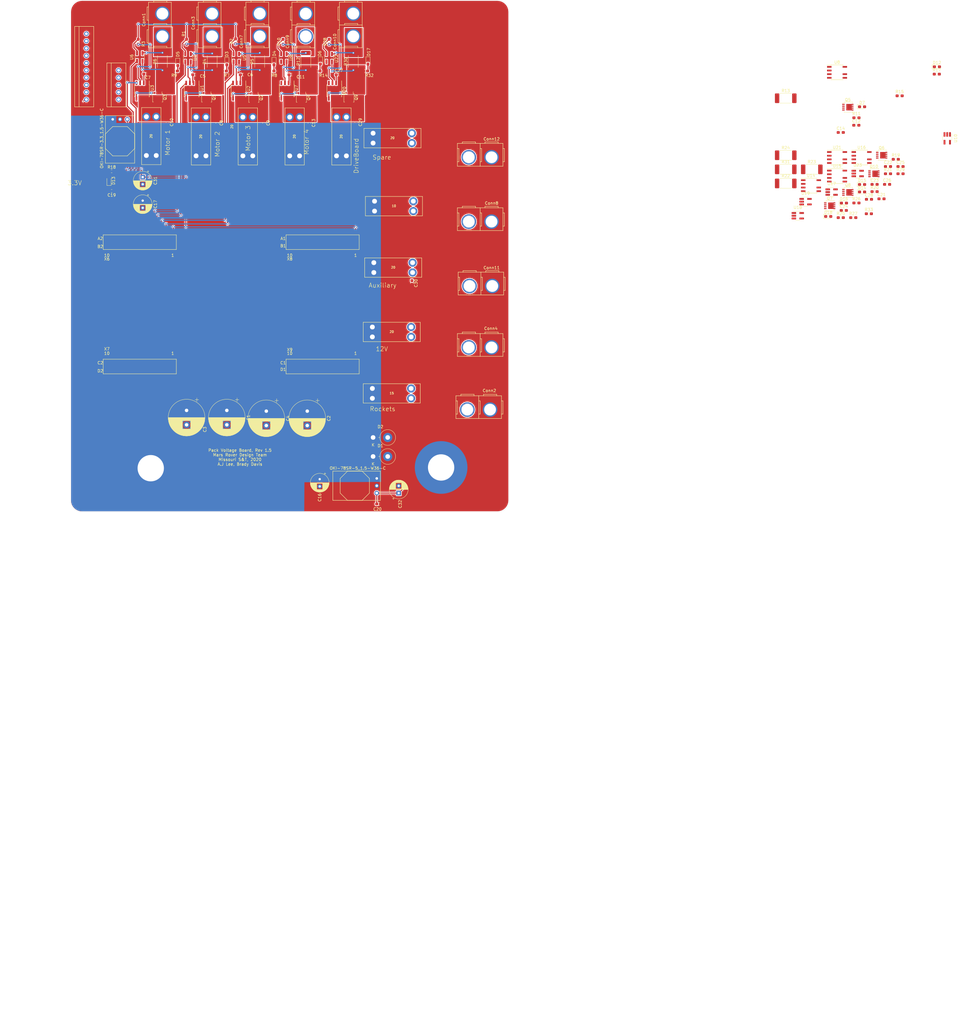
<source format=kicad_pcb>
(kicad_pcb (version 20171130) (host pcbnew "(5.1.6)-1")
  (layers (0 F.Cu signal) (31 B.Cu signal) (34 B.Paste user) (35 F.Paste user) (36 B.SilkS user) (37 F.SilkS user) (38 B.Mask user) (39 F.Mask user) (44 Edge.Cuts user))
  (net 0 "")
  (net 1 GND)
  (net 2 /PV)
  (net 3 "Net-(C8-Pad1)")
  (net 4 "Net-(C9-Pad1)")
  (net 5 "Net-(C10-Pad1)")
  (net 6 "Net-(C12-Pad1)")
  (net 7 "Net-(C13-Pad1)")
  (net 8 "Net-(C14-Pad1)")
  (net 9 +5V)
  (net 10 +3V3)
  (net 11 "Net-(C21-Pad1)")
  (net 12 "Net-(C22-Pad1)")
  (net 13 "Net-(C23-Pad1)")
  (net 14 "Net-(C24-Pad1)")
  (net 15 "Net-(C25-Pad1)")
  (net 16 "Net-(C26-Pad1)")
  (net 17 "Net-(C27-Pad1)")
  (net 18 "Net-(C28-Pad1)")
  (net 19 "Net-(C29-Pad1)")
  (net 20 "Net-(C30-Pad1)")
  (net 21 /GimbalSense)
  (net 22 /LowCurrentSense)
  (net 23 /MultimediaSense)
  (net 24 /AuxMountSense)
  (net 25 /CameraCTL)
  (net 26 /NavBoardCTL)
  (net 27 /ExtraCTL)
  (net 28 "Net-(D7-Pad2)")
  (net 29 "Net-(D14-Pad2)")
  (net 30 "Net-(D15-Pad2)")
  (net 31 "Net-(D16-Pad2)")
  (net 32 "Net-(D17-Pad2)")
  (net 33 "Net-(D18-Pad2)")
  (net 34 "Net-(R11-Pad1)")
  (net 35 "Net-(R19-Pad1)")
  (net 36 "Net-(R20-Pad1)")
  (net 37 "Net-(R21-Pad1)")
  (net 38 "Net-(R28-Pad1)")
  (net 39 "Net-(R29-Pad1)")
  (net 40 /Driver_M2)
  (net 41 /Driver_M3)
  (net 42 /Driver_M1)
  (net 43 /Driver_M4)
  (net 44 /Driver_S1)
  (net 45 /Driver_T1)
  (net 46 /Driver_V1)
  (net 47 /Driver_R1)
  (net 48 /Driver_D1)
  (net 49 /Driver_A1)
  (net 50 "Net-(U24-PadPP2)")
  (net 51 /Current_Sensor_A1)
  (net 52 /Current_Sensor_D1)
  (net 53 "Net-(U24-PadRese)")
  (net 54 "Net-(U24-PadPH2)")
  (net 55 "Net-(U24-PadPM3)")
  (net 56 "Net-(U24-PadPL3)")
  (net 57 "Net-(U24-PadPL2)")
  (net 58 "Net-(U24-PadPL1)")
  (net 59 "Net-(U24-PadPL4)")
  (net 60 "Net-(U24-PadPG0)")
  (net 61 /Current_Sensor_T1)
  (net 62 /Current_Sensor_S1)
  (net 63 /Current_Sensor_R1)
  (net 64 "Net-(U24-PadPM5)")
  (net 65 /Current_Sensor_V1)
  (net 66 /Current_Sensor_M4)
  (net 67 /Current_Sensor_M3)
  (net 68 /Current_Sensor_M2)
  (net 69 /Current_Sensor_M1)
  (net 70 "Net-(U24-Pad+5V)")
  (net 71 "Net-(U24-PadPP5)")
  (net 72 "Net-(U24-PadPM7)")
  (net 73 "Net-(U24-PadPK6)")
  (net 74 "Net-(U24-PadPK4)")
  (net 75 "Net-(U24-Pad+5V')")
  (net 76 "Net-(U24-PadPA7)")
  (net 77 "Net-(U24-PadRese')")
  (net 78 "Net-(U24-PadPQ3)")
  (net 79 "Net-(U24-PadPQ2)")
  (net 80 /Anderson_S1)
  (net 81 /Anderson_T1)
  (net 82 /Anderson_V1)
  (net 83 /Anderson_R1)
  (net 84 /Anderson_D1)
  (net 85 /Anderson_A1)
  (net 86 /MultimediaLogCTL)
  (net 87 /AuxLogCTL)
  (net 88 /GimbalLogCTL)
  (net 89 /MultimediaActCTL)
  (net 90 /AuxActCTL)
  (net 91 /GimbalActCTL)
  (net 92 /DriveCTL)
  (net 93 "Net-(D12-Pad2)")
  (net 94 "Net-(D13-Pad2)")
  (net 95 "Net-(U24-PadPN3)")
  (net 96 "Net-(U24-PadPF3)")
  (net 97 "Net-(U24-PadPF2)")
  (net 98 "Net-(U24-PadPF1)")
  (net 99 "Net-(U24-PadPB3)")
  (net 100 "Net-(U24-PadPB2)")
  (net 101 "Net-(U24-PadPC5)")
  (net 102 "Net-(U24-PadPM4)")
  (net 103 "Net-(U24-PadPN4)")
  (net 104 "Net-(U24-PadPP4)")
  (net 105 "Net-(U24-PadPB5)")
  (net 106 "Net-(U24-PadPB4)")
  (net 107 "Net-(U24-PadPN5)")
  (net 108 "Net-(U24-PadPA4)")
  (net 109 /BuckCTL)
  (net 110 "Net-(C5-Pad1)")
  (net 111 "Net-(C7-Pad1)")
  (net 112 "Net-(D3-Pad2)")
  (net 113 "Net-(D4-Pad2)")
  (net 114 "Net-(D5-Pad2)")
  (net 115 "Net-(D6-Pad2)")
  (net 116 "Net-(R1-Pad1)")
  (net 117 "Net-(R3-Pad1)")
  (net 118 "Net-(C6-Pad1)")
  (net 119 "Net-(C11-Pad1)")
  (net 120 "Net-(R2-Pad1)")
  (net 121 /Anderson_M2)
  (net 122 /Anderson_M3)
  (net 123 /Anderson_M1)
  (net 124 "Net-(R10-Pad1)")
  (net 125 /Anderson_M4)
  (net 126 "Net-(U24-PadPL0)")
  (net 127 "Net-(U24-PadPL5)")
  (net 128 "Net-(U24-PadPA6)")
  (net 129 "Net-(U24-PadPD7)")
  (net 130 "Net-(U24-PadPA5)")
  (net 131 "Net-(Q1-Pad4)")
  (net 132 "Net-(Q1-Pad1)")
  (net 133 "Net-(Q2-Pad4)")
  (net 134 "Net-(Q2-Pad1)")
  (net 135 "Net-(Q3-Pad4)")
  (net 136 "Net-(Q3-Pad1)")
  (net 137 "Net-(Q4-Pad4)")
  (net 138 "Net-(Q4-Pad1)")
  (net 139 "Net-(Q5-Pad4)")
  (net 140 "Net-(Q5-Pad1)")
  (net 141 "Net-(Q6-Pad4)")
  (net 142 "Net-(Q6-Pad1)")
  (net 143 "Net-(Q7-Pad4)")
  (net 144 "Net-(Q7-Pad1)")
  (net 145 "Net-(Q8-Pad4)")
  (net 146 "Net-(Q8-Pad1)")
  (net 147 "Net-(Q9-Pad4)")
  (net 148 "Net-(Q9-Pad1)")
  (net 149 "Net-(Q10-Pad4)")
  (net 150 "Net-(Q10-Pad1)")
  (module Package_TO_SOT_SMD:LFPAK33 (layer F.Cu) (at 106.553 33.758 270)
    (fp_text reference Q3 (at 0 -2.55 90) (layer F.SilkS))
    (fp_text value BUK7M8R5-40HX)
    (pad 5 smd custom (at 0.405 0 270) (size 1.85 2.25) (layers F.Cu F.Mask) (net 5 "Net-(C10-Pad1)") (options (clearance outline) (anchor rect)) (primitives (gr_poly (pts (xy 0.925 -1.175) (xy 1.545 -1.175) (xy 1.545 -0.775) (xy 0.925 -0.775)) (width 0)) (gr_poly (pts (xy 0.925 -0.525) (xy 1.545 -0.525) (xy 1.545 -0.125) (xy 0.925 -0.125)) (width 0)) (gr_poly (pts (xy 0.925 0.125) (xy 1.545 0.125) (xy 1.545 0.525) (xy 0.925 0.525)) (width 0)) (gr_poly (pts (xy 0.925 0.775) (xy 1.545 0.775) (xy 1.545 1.175) (xy 0.925 1.175)) (width 0))))
    (pad 4 smd rect (at -1.535 0.975 270) (size 0.83 0.4) (layers F.Cu F.Mask) (net 135 "Net-(Q3-Pad4)"))
    (pad 3 smd rect (at -1.535 0.325 270) (size 0.83 0.4) (layers F.Cu F.Mask) (net 136 "Net-(Q3-Pad1)"))
    (pad 1 smd rect (at -1.535 -0.975 270) (size 0.83 0.4) (layers F.Cu F.Mask) (net 136 "Net-(Q3-Pad1)"))
    (pad 2 smd rect (at -1.535 -0.325 270) (size 0.83 0.4) (layers F.Cu F.Mask) (net 136 "Net-(Q3-Pad1)"))
  )
  (module MRDT_Shields:TM4C129E_Launchpad_FULL_SMD_TOP (layer F.Cu) (at 176.53 81.534 180)
    (fp_text reference U24 hide)
    (fp_text value TM4C129E_Launchpad hide)
    (fp_text user A2 (at 89.916 -1.27 180) (layer F.SilkS))
    (fp_text user B2 (at 89.916 -4.064 180) (layer F.SilkS))
    (fp_text user A1 (at 26.416 -1.27 180) (layer F.SilkS))
    (fp_text user B1 (at 26.416 -3.81 180) (layer F.SilkS))
    (fp_text user D2 (at 89.916 -47.244) (layer F.SilkS))
    (fp_text user C2 (at 89.916 -44.45 180) (layer F.SilkS))
    (fp_text user D1 (at 26.416 -46.736 180) (layer F.SilkS))
    (fp_text user C1 (at 26.416 -44.45 180) (layer F.SilkS))
    (fp_text user X6 (at 87.63 -8.382) (layer F.SilkS))
    (fp_text user X7 (at 87.63 -39.624 180) (layer F.SilkS))
    (fp_text user X8 (at 24.13 -8.382 180) (layer F.SilkS))
    (fp_text user X9 (at 24.13 -39.878 180) (layer F.SilkS))
    (fp_text user 1 (at 64.77 -7.112 180) (layer F.SilkS))
    (fp_text user 10 (at 87.63 -7.112 180) (layer F.SilkS))
    (fp_text user 10 (at 87.63 -41.148 180) (layer F.SilkS))
    (fp_text user 1 (at 64.77 -41.148 180) (layer F.SilkS))
    (fp_text user 10 (at 24.13 -7.112 180) (layer F.SilkS))
    (fp_text user 1 (at 1.27 -7.112 180) (layer F.SilkS))
    (fp_text user 10 (at 24.13 -41.148 180) (layer F.SilkS))
    (fp_text user 1 (at 1.27 -41.148 180) (layer F.SilkS))
    (pad PP2 smd rect (at 24.13 -48.6664) (size 0.9906 1.778) (layers F.Cu F.Paste F.Mask) (net 50 "Net-(U24-PadPP2)"))
    (pad PN3 smd rect (at 21.59 -48.6664) (size 0.9906 1.778) (layers F.Cu F.Paste F.Mask) (net 95 "Net-(U24-PadPN3)"))
    (pad PN2 smd rect (at 19.05 -48.6664) (size 0.9906 1.778) (layers F.Cu F.Paste F.Mask) (net 47 /Driver_R1))
    (pad PD0 smd rect (at 16.51 -48.6664) (size 0.9906 1.778) (layers F.Cu F.Paste F.Mask) (net 63 /Current_Sensor_R1))
    (pad PD1 smd rect (at 13.97 -48.6664) (size 0.9906 1.778) (layers F.Cu F.Paste F.Mask) (net 61 /Current_Sensor_T1))
    (pad Rese smd rect (at 11.43 -48.6664) (size 0.9906 1.778) (layers F.Cu F.Paste F.Mask) (net 53 "Net-(U24-PadRese)"))
    (pad PH3 smd rect (at 8.89 -48.6664) (size 0.9906 1.778) (layers F.Cu F.Paste F.Mask) (net 45 /Driver_T1))
    (pad PH2 smd rect (at 6.35 -48.6664) (size 0.9906 1.778) (layers F.Cu F.Paste F.Mask) (net 54 "Net-(U24-PadPH2)"))
    (pad PM3 smd rect (at 3.81 -48.6664) (size 0.9906 1.778) (layers F.Cu F.Paste F.Mask) (net 55 "Net-(U24-PadPM3)"))
    (pad GND smd rect (at 1.27 -48.6664) (size 0.9906 1.778) (layers F.Cu F.Paste F.Mask) (net 1 GND))
    (pad PL3 smd rect (at 24.13 -42.7736) (size 0.9906 1.778) (layers F.Cu F.Paste F.Mask) (net 56 "Net-(U24-PadPL3)"))
    (pad PL2 smd rect (at 21.59 -42.7736) (size 0.9906 1.778) (layers F.Cu F.Paste F.Mask) (net 57 "Net-(U24-PadPL2)"))
    (pad PL1 smd rect (at 19.05 -42.7736) (size 0.9906 1.778) (layers F.Cu F.Paste F.Mask) (net 58 "Net-(U24-PadPL1)"))
    (pad PL0 smd rect (at 16.51 -42.7736) (size 0.9906 1.778) (layers F.Cu F.Paste F.Mask) (net 126 "Net-(U24-PadPL0)"))
    (pad PL5 smd rect (at 13.97 -42.7736) (size 0.9906 1.778) (layers F.Cu F.Paste F.Mask) (net 127 "Net-(U24-PadPL5)"))
    (pad PL4 smd rect (at 11.43 -42.7736) (size 0.9906 1.778) (layers F.Cu F.Paste F.Mask) (net 59 "Net-(U24-PadPL4)"))
    (pad PG0 smd rect (at 8.89 -42.7736) (size 0.9906 1.778) (layers F.Cu F.Paste F.Mask) (net 60 "Net-(U24-PadPG0)"))
    (pad PF3 smd rect (at 6.35 -42.7736) (size 0.9906 1.778) (layers F.Cu F.Paste F.Mask) (net 96 "Net-(U24-PadPF3)"))
    (pad PF2 smd rect (at 3.81 -42.7736) (size 0.9906 1.778) (layers F.Cu F.Paste F.Mask) (net 97 "Net-(U24-PadPF2)"))
    (pad PF1 smd rect (at 1.27 -42.7736) (size 0.9906 1.778) (layers F.Cu F.Paste F.Mask) (net 98 "Net-(U24-PadPF1)"))
    (pad PB3 smd rect (at 24.13 0.4064) (size 0.9906 1.778) (layers F.Cu F.Paste F.Mask) (net 99 "Net-(U24-PadPB3)"))
    (pad PB2 smd rect (at 21.59 0.4064) (size 0.9906 1.778) (layers F.Cu F.Paste F.Mask) (net 100 "Net-(U24-PadPB2)"))
    (pad PC7 smd rect (at 19.05 0.4064) (size 0.9906 1.778) (layers F.Cu F.Paste F.Mask) (net 43 /Driver_M4))
    (pad PD3 smd rect (at 16.51 0.4064) (size 0.9906 1.778) (layers F.Cu F.Paste F.Mask) (net 66 /Current_Sensor_M4))
    (pad PE5 smd rect (at 13.97 0.4064) (size 0.9906 1.778) (layers F.Cu F.Paste F.Mask) (net 52 /Current_Sensor_D1))
    (pad PC6 smd rect (at 11.43 0.4064) (size 0.9906 1.778) (layers F.Cu F.Paste F.Mask) (net 48 /Driver_D1))
    (pad PC5 smd rect (at 8.89 0.4064) (size 0.9906 1.778) (layers F.Cu F.Paste F.Mask) (net 101 "Net-(U24-PadPC5)"))
    (pad PC4 smd rect (at 6.35 0.4064) (size 0.9906 1.778) (layers F.Cu F.Paste F.Mask) (net 44 /Driver_S1))
    (pad PE4 smd rect (at 3.81 0.4064) (size 0.9906 1.778) (layers F.Cu F.Paste F.Mask) (net 62 /Current_Sensor_S1))
    (pad +3V3 smd rect (at 1.27 0.4064) (size 0.9906 1.778) (layers F.Cu F.Paste F.Mask) (net 10 +3V3))
    (pad PM5 smd rect (at 24.13 -5.4864) (size 0.9906 1.778) (layers F.Cu F.Paste F.Mask) (net 64 "Net-(U24-PadPM5)"))
    (pad PM4 smd rect (at 21.59 -5.4864) (size 0.9906 1.778) (layers F.Cu F.Paste F.Mask) (net 102 "Net-(U24-PadPM4)"))
    (pad PA6 smd rect (at 19.05 -5.4864) (size 0.9906 1.778) (layers F.Cu F.Paste F.Mask) (net 128 "Net-(U24-PadPA6)"))
    (pad PD7 smd rect (at 16.51 -5.4864) (size 0.9906 1.778) (layers F.Cu F.Paste F.Mask) (net 129 "Net-(U24-PadPD7)"))
    (pad PE3 smd rect (at 13.97 -5.4864) (size 0.9906 1.778) (layers F.Cu F.Paste F.Mask) (net 51 /Current_Sensor_A1))
    (pad PE2 smd rect (at 11.43 -5.4864) (size 0.9906 1.778) (layers F.Cu F.Paste F.Mask) (net 49 /Driver_A1))
    (pad PE1 smd rect (at 8.89 -5.4864) (size 0.9906 1.778) (layers F.Cu F.Paste F.Mask) (net 65 /Current_Sensor_V1))
    (pad PE0 smd rect (at 6.35 -5.4864) (size 0.9906 1.778) (layers F.Cu F.Paste F.Mask) (net 46 /Driver_V1))
    (pad GND smd rect (at 3.81 -5.4864) (size 0.9906 1.778) (layers F.Cu F.Paste F.Mask) (net 1 GND))
    (pad +5V smd rect (at 1.27 -5.4864) (size 0.9906 1.778) (layers F.Cu F.Paste F.Mask) (net 70 "Net-(U24-Pad+5V)"))
    (pad PP5 smd rect (at 69.85 -48.6664) (size 0.9906 1.778) (layers F.Cu F.Paste F.Mask) (net 71 "Net-(U24-PadPP5)"))
    (pad PM7 smd rect (at 67.31 -48.6664) (size 0.9906 1.778) (layers F.Cu F.Paste F.Mask) (net 72 "Net-(U24-PadPM7)"))
    (pad GND smd rect (at 64.77 -48.6664) (size 0.9906 1.778) (layers F.Cu F.Paste F.Mask) (net 1 GND))
    (pad PK7 smd rect (at 87.63 -42.7736) (size 0.9906 1.778) (layers F.Cu F.Paste F.Mask) (net 26 /NavBoardCTL))
    (pad PK6 smd rect (at 85.09 -42.7736) (size 0.9906 1.778) (layers F.Cu F.Paste F.Mask) (net 73 "Net-(U24-PadPK6)"))
    (pad PH1 smd rect (at 82.55 -42.7736) (size 0.9906 1.778) (layers F.Cu F.Paste F.Mask) (net 91 /GimbalActCTL))
    (pad PH0 smd rect (at 80.01 -42.7736) (size 0.9906 1.778) (layers F.Cu F.Paste F.Mask) (net 88 /GimbalLogCTL))
    (pad PM2 smd rect (at 77.47 -42.7736) (size 0.9906 1.778) (layers F.Cu F.Paste F.Mask) (net 90 /AuxActCTL))
    (pad PM1 smd rect (at 74.93 -42.7736) (size 0.9906 1.778) (layers F.Cu F.Paste F.Mask) (net 87 /AuxLogCTL))
    (pad PM0 smd rect (at 72.39 -42.7736) (size 0.9906 1.778) (layers F.Cu F.Paste F.Mask) (net 89 /MultimediaActCTL))
    (pad PK5 smd rect (at 69.85 -42.7736) (size 0.9906 1.778) (layers F.Cu F.Paste F.Mask) (net 86 /MultimediaLogCTL))
    (pad PK4 smd rect (at 67.31 -42.7736) (size 0.9906 1.778) (layers F.Cu F.Paste F.Mask) (net 74 "Net-(U24-PadPK4)"))
    (pad PG1 smd rect (at 64.77 -42.7736) (size 0.9906 1.778) (layers F.Cu F.Paste F.Mask) (net 109 /BuckCTL))
    (pad PN4 smd rect (at 87.63 0.4064) (size 0.9906 1.778) (layers F.Cu F.Paste F.Mask) (net 103 "Net-(U24-PadPN4)"))
    (pad PP4 smd rect (at 82.55 0.4064) (size 0.9906 1.778) (layers F.Cu F.Paste F.Mask) (net 104 "Net-(U24-PadPP4)"))
    (pad PD5 smd rect (at 77.47 0.4064) (size 0.9906 1.778) (layers F.Cu F.Paste F.Mask) (net 69 /Current_Sensor_M1))
    (pad PD4 smd rect (at 74.93 0.4064) (size 0.9906 1.778) (layers F.Cu F.Paste F.Mask) (net 68 /Current_Sensor_M2))
    (pad PP1 smd rect (at 72.39 0.4064) (size 0.9906 1.778) (layers F.Cu F.Paste F.Mask) (net 40 /Driver_M2))
    (pad PP0 smd rect (at 69.85 0.4064) (size 0.9906 1.778) (layers F.Cu F.Paste F.Mask) (net 67 /Current_Sensor_M3))
    (pad PD2 smd rect (at 67.31 0.4064) (size 0.9906 1.778) (layers F.Cu F.Paste F.Mask) (net 41 /Driver_M3))
    (pad PA5 smd rect (at 87.63 -5.4864) (size 0.9906 1.778) (layers F.Cu F.Paste F.Mask) (net 130 "Net-(U24-PadPA5)"))
    (pad PK3 smd rect (at 82.55 -5.4864) (size 0.9906 1.778) (layers F.Cu F.Paste F.Mask) (net 24 /AuxMountSense))
    (pad PB5 smd rect (at 72.39 -5.4864) (size 0.9906 1.778) (layers F.Cu F.Paste F.Mask) (net 105 "Net-(U24-PadPB5)"))
    (pad PB4 smd rect (at 69.85 -5.4864) (size 0.9906 1.778) (layers F.Cu F.Paste F.Mask) (net 106 "Net-(U24-PadPB4)"))
    (pad GND smd rect (at 67.31 -5.4864) (size 0.9906 1.778) (layers F.Cu F.Paste F.Mask) (net 1 GND))
    (pad +5V' smd rect (at 64.77 -5.4864) (size 0.9906 1.778) (layers F.Cu F.Paste F.Mask) (net 75 "Net-(U24-Pad+5V')"))
    (pad PK1 smd rect (at 77.47 -5.4864) (size 0.9906 1.778) (layers F.Cu F.Paste F.Mask) (net 22 /LowCurrentSense))
    (pad PK2 smd rect (at 80.01 -5.4864) (size 0.9906 1.778) (layers F.Cu F.Paste F.Mask) (net 23 /MultimediaSense))
    (pad PN5 smd rect (at 85.09 0.4064) (size 0.9906 1.778) (layers F.Cu F.Paste F.Mask) (net 107 "Net-(U24-PadPN5)"))
    (pad PA7 smd rect (at 72.39 -48.6664) (size 0.9906 1.778) (layers F.Cu F.Paste F.Mask) (net 76 "Net-(U24-PadPA7)"))
    (pad Rese' smd rect (at 74.93 -48.6664) (size 0.9906 1.778) (layers F.Cu F.Paste F.Mask) (net 77 "Net-(U24-PadRese')"))
    (pad PA4 smd rect (at 85.09 -5.4864) (size 0.9906 1.778) (layers F.Cu F.Paste F.Mask) (net 108 "Net-(U24-PadPA4)"))
    (pad PQ0 smd rect (at 80.01 0.4064) (size 0.9906 1.778) (layers F.Cu F.Paste F.Mask) (net 42 /Driver_M1))
    (pad PP3 smd rect (at 82.55 -48.6664) (size 0.9906 1.778) (layers F.Cu F.Paste F.Mask) (net 25 /CameraCTL))
    (pad PQ3 smd rect (at 80.01 -48.6664) (size 0.9906 1.778) (layers F.Cu F.Paste F.Mask) (net 78 "Net-(U24-PadPQ3)"))
    (pad PK0 smd rect (at 74.93 -5.4864) (size 0.9906 1.778) (layers F.Cu F.Paste F.Mask) (net 21 /GimbalSense))
    (pad PQ2 smd rect (at 77.47 -48.6664) (size 0.9906 1.778) (layers F.Cu F.Paste F.Mask) (net 79 "Net-(U24-PadPQ2)"))
    (pad PQ1 smd rect (at 85.09 -48.6664) (size 0.9906 1.778) (layers F.Cu F.Paste F.Mask) (net 27 /ExtraCTL))
    (pad PM6 smd rect (at 87.63 -48.6664) (size 0.9906 1.778) (layers F.Cu F.Paste F.Mask) (net 92 /DriveCTL))
    (pad +3V3' smd rect (at 64.77 0.4064) (size 0.9906 1.778) (layers F.Cu F.Paste F.Mask) (net 10 +3V3))
  )
  (module Package_TO_SOT_SMD:SOT-23-5_HandSoldering (layer F.Cu) (at 349.642 60.224)
    (fp_text reference U23 (at 0 -2.9) (layer F.SilkS))
    (fp_text value INA281)
    (pad 5 smd rect (at 1.35 -0.95) (size 1.56 0.65) (layers F.Cu F.Paste F.Mask) (net 9 +5V))
    (pad 4 smd rect (at 1.35 0.95) (size 1.56 0.65) (layers F.Cu F.Paste F.Mask) (net 85 /Anderson_A1))
    (pad 3 smd rect (at -1.35 0.95) (size 1.56 0.65) (layers F.Cu F.Paste F.Mask) (net 150 "Net-(Q10-Pad1)"))
    (pad 2 smd rect (at -1.35 0) (size 1.56 0.65) (layers F.Cu F.Paste F.Mask) (net 1 GND))
    (pad 1 smd rect (at -1.35 -0.95) (size 1.56 0.65) (layers F.Cu F.Paste F.Mask) (net 51 /Current_Sensor_A1))
  )
  (module Package_TO_SOT_SMD:SOT-23-5_HandSoldering (layer F.Cu) (at 166.116 20.066 90)
    (fp_text reference U22 (at -0.254 2.54 90) (layer F.SilkS))
    (fp_text value INA281)
    (pad 5 smd rect (at 1.35 -0.95 90) (size 1.56 0.65) (layers F.Cu F.Paste F.Mask) (net 9 +5V))
    (pad 4 smd rect (at 1.35 0.95 90) (size 1.56 0.65) (layers F.Cu F.Paste F.Mask) (net 84 /Anderson_D1))
    (pad 3 smd rect (at -1.35 0.95 90) (size 1.56 0.65) (layers F.Cu F.Paste F.Mask) (net 148 "Net-(Q9-Pad1)"))
    (pad 2 smd rect (at -1.35 0 90) (size 1.56 0.65) (layers F.Cu F.Paste F.Mask) (net 1 GND))
    (pad 1 smd rect (at -1.35 -0.95 90) (size 1.56 0.65) (layers F.Cu F.Paste F.Mask) (net 52 /Current_Sensor_D1))
  )
  (module Package_SO:SOIC-8-N7_3.9x4.9mm_P1.27mm (layer F.Cu) (at 342.482 54.674)
    (fp_text reference U21 (at 0 -3.5) (layer F.SilkS))
    (fp_text value LT1910)
    (pad 8 smd rect (at 2.7 -1.905) (size 1.55 0.6) (layers F.Cu F.Paste F.Mask) (net 20 "Net-(C30-Pad1)"))
    (pad 6 smd rect (at 2.7 0.635) (size 1.55 0.6) (layers F.Cu F.Paste F.Mask) (net 20 "Net-(C30-Pad1)"))
    (pad 5 smd rect (at 2.7 1.905) (size 1.55 0.6) (layers F.Cu F.Paste F.Mask) (net 149 "Net-(Q10-Pad4)"))
    (pad 4 smd rect (at -2.7 1.905) (size 1.55 0.6) (layers F.Cu F.Paste F.Mask) (net 49 /Driver_A1))
    (pad 3 smd rect (at -2.7 0.635) (size 1.55 0.6) (layers F.Cu F.Paste F.Mask) (net 39 "Net-(R29-Pad1)"))
    (pad 2 smd rect (at -2.7 -0.635) (size 1.55 0.6) (layers F.Cu F.Paste F.Mask) (net 18 "Net-(C28-Pad1)"))
    (pad 1 smd rect (at -2.7 -1.905) (size 1.55 0.6) (layers F.Cu F.Paste F.Mask) (net 1 GND))
  )
  (module Package_SO:SOIC-8-N7_3.9x4.9mm_P1.27mm (layer F.Cu) (at 167.894 31.496 270)
    (fp_text reference U20 (at 0 -3.5 90) (layer F.SilkS))
    (fp_text value LT1910)
    (pad 8 smd rect (at 2.7 -1.905 270) (size 1.55 0.6) (layers F.Cu F.Paste F.Mask) (net 19 "Net-(C29-Pad1)"))
    (pad 6 smd rect (at 2.7 0.635 270) (size 1.55 0.6) (layers F.Cu F.Paste F.Mask) (net 19 "Net-(C29-Pad1)"))
    (pad 5 smd rect (at 2.7 1.905 270) (size 1.55 0.6) (layers F.Cu F.Paste F.Mask) (net 147 "Net-(Q9-Pad4)"))
    (pad 4 smd rect (at -2.7 1.905 270) (size 1.55 0.6) (layers F.Cu F.Paste F.Mask) (net 48 /Driver_D1))
    (pad 3 smd rect (at -2.7 0.635 270) (size 1.55 0.6) (layers F.Cu F.Paste F.Mask) (net 38 "Net-(R28-Pad1)"))
    (pad 2 smd rect (at -2.7 -0.635 270) (size 1.55 0.6) (layers F.Cu F.Paste F.Mask) (net 17 "Net-(C27-Pad1)"))
    (pad 1 smd rect (at -2.7 -1.905 270) (size 1.55 0.6) (layers F.Cu F.Paste F.Mask) (net 1 GND))
  )
  (module Package_TO_SOT_SMD:SOT-23-5_HandSoldering (layer F.Cu) (at 331.542 70.004)
    (fp_text reference U19 (at 0 -2.9) (layer F.SilkS))
    (fp_text value INA281)
    (pad 5 smd rect (at 1.35 -0.95) (size 1.56 0.65) (layers F.Cu F.Paste F.Mask) (net 9 +5V))
    (pad 4 smd rect (at 1.35 0.95) (size 1.56 0.65) (layers F.Cu F.Paste F.Mask) (net 83 /Anderson_R1))
    (pad 3 smd rect (at -1.35 0.95) (size 1.56 0.65) (layers F.Cu F.Paste F.Mask) (net 146 "Net-(Q8-Pad1)"))
    (pad 2 smd rect (at -1.35 0) (size 1.56 0.65) (layers F.Cu F.Paste F.Mask) (net 1 GND))
    (pad 1 smd rect (at -1.35 -0.95) (size 1.56 0.65) (layers F.Cu F.Paste F.Mask) (net 63 /Current_Sensor_R1))
  )
  (module Package_TO_SOT_SMD:SOT-23-5_HandSoldering (layer F.Cu) (at 328.842 74.894)
    (fp_text reference U18 (at 0 -2.9) (layer F.SilkS))
    (fp_text value INA281)
    (pad 5 smd rect (at 1.35 -0.95) (size 1.56 0.65) (layers F.Cu F.Paste F.Mask) (net 9 +5V))
    (pad 4 smd rect (at 1.35 0.95) (size 1.56 0.65) (layers F.Cu F.Paste F.Mask) (net 82 /Anderson_V1))
    (pad 3 smd rect (at -1.35 0.95) (size 1.56 0.65) (layers F.Cu F.Paste F.Mask) (net 144 "Net-(Q7-Pad1)"))
    (pad 2 smd rect (at -1.35 0) (size 1.56 0.65) (layers F.Cu F.Paste F.Mask) (net 1 GND))
    (pad 1 smd rect (at -1.35 -0.95) (size 1.56 0.65) (layers F.Cu F.Paste F.Mask) (net 65 /Current_Sensor_V1))
  )
  (module Package_TO_SOT_SMD:SOT-23-5_HandSoldering (layer F.Cu) (at 340.592 66.674)
    (fp_text reference U17 (at 0 -2.9) (layer F.SilkS))
    (fp_text value INA281)
    (pad 5 smd rect (at 1.35 -0.95) (size 1.56 0.65) (layers F.Cu F.Paste F.Mask) (net 9 +5V))
    (pad 4 smd rect (at 1.35 0.95) (size 1.56 0.65) (layers F.Cu F.Paste F.Mask) (net 81 /Anderson_T1))
    (pad 3 smd rect (at -1.35 0.95) (size 1.56 0.65) (layers F.Cu F.Paste F.Mask) (net 142 "Net-(Q6-Pad1)"))
    (pad 2 smd rect (at -1.35 0) (size 1.56 0.65) (layers F.Cu F.Paste F.Mask) (net 1 GND))
    (pad 1 smd rect (at -1.35 -0.95) (size 1.56 0.65) (layers F.Cu F.Paste F.Mask) (net 61 /Current_Sensor_T1))
  )
  (module Package_SO:SOIC-8-N7_3.9x4.9mm_P1.27mm (layer F.Cu) (at 350.992 54.674)
    (fp_text reference U16 (at 0 -3.5) (layer F.SilkS))
    (fp_text value LT1910)
    (pad 8 smd rect (at 2.7 -1.905) (size 1.55 0.6) (layers F.Cu F.Paste F.Mask) (net 16 "Net-(C26-Pad1)"))
    (pad 6 smd rect (at 2.7 0.635) (size 1.55 0.6) (layers F.Cu F.Paste F.Mask) (net 16 "Net-(C26-Pad1)"))
    (pad 5 smd rect (at 2.7 1.905) (size 1.55 0.6) (layers F.Cu F.Paste F.Mask) (net 145 "Net-(Q8-Pad4)"))
    (pad 4 smd rect (at -2.7 1.905) (size 1.55 0.6) (layers F.Cu F.Paste F.Mask) (net 47 /Driver_R1))
    (pad 3 smd rect (at -2.7 0.635) (size 1.55 0.6) (layers F.Cu F.Paste F.Mask) (net 37 "Net-(R21-Pad1)"))
    (pad 2 smd rect (at -2.7 -0.635) (size 1.55 0.6) (layers F.Cu F.Paste F.Mask) (net 13 "Net-(C23-Pad1)"))
    (pad 1 smd rect (at -2.7 -1.905) (size 1.55 0.6) (layers F.Cu F.Paste F.Mask) (net 1 GND))
  )
  (module Package_SO:SOIC-8-N7_3.9x4.9mm_P1.27mm (layer F.Cu) (at 342.482 61.124)
    (fp_text reference U15 (at 0 -3.5) (layer F.SilkS))
    (fp_text value LT1910)
    (pad 8 smd rect (at 2.7 -1.905) (size 1.55 0.6) (layers F.Cu F.Paste F.Mask) (net 15 "Net-(C25-Pad1)"))
    (pad 6 smd rect (at 2.7 0.635) (size 1.55 0.6) (layers F.Cu F.Paste F.Mask) (net 15 "Net-(C25-Pad1)"))
    (pad 5 smd rect (at 2.7 1.905) (size 1.55 0.6) (layers F.Cu F.Paste F.Mask) (net 143 "Net-(Q7-Pad4)"))
    (pad 4 smd rect (at -2.7 1.905) (size 1.55 0.6) (layers F.Cu F.Paste F.Mask) (net 46 /Driver_V1))
    (pad 3 smd rect (at -2.7 0.635) (size 1.55 0.6) (layers F.Cu F.Paste F.Mask) (net 36 "Net-(R20-Pad1)"))
    (pad 2 smd rect (at -2.7 -0.635) (size 1.55 0.6) (layers F.Cu F.Paste F.Mask) (net 12 "Net-(C22-Pad1)"))
    (pad 1 smd rect (at -2.7 -1.905) (size 1.55 0.6) (layers F.Cu F.Paste F.Mask) (net 1 GND))
  )
  (module Package_SO:SOIC-8-N7_3.9x4.9mm_P1.27mm (layer F.Cu) (at 333.432 64.454)
    (fp_text reference U14 (at 0 -3.5) (layer F.SilkS))
    (fp_text value LT1910)
    (pad 8 smd rect (at 2.7 -1.905) (size 1.55 0.6) (layers F.Cu F.Paste F.Mask) (net 14 "Net-(C24-Pad1)"))
    (pad 6 smd rect (at 2.7 0.635) (size 1.55 0.6) (layers F.Cu F.Paste F.Mask) (net 14 "Net-(C24-Pad1)"))
    (pad 5 smd rect (at 2.7 1.905) (size 1.55 0.6) (layers F.Cu F.Paste F.Mask) (net 141 "Net-(Q6-Pad4)"))
    (pad 4 smd rect (at -2.7 1.905) (size 1.55 0.6) (layers F.Cu F.Paste F.Mask) (net 45 /Driver_T1))
    (pad 3 smd rect (at -2.7 0.635) (size 1.55 0.6) (layers F.Cu F.Paste F.Mask) (net 35 "Net-(R19-Pad1)"))
    (pad 2 smd rect (at -2.7 -0.635) (size 1.55 0.6) (layers F.Cu F.Paste F.Mask) (net 11 "Net-(C21-Pad1)"))
    (pad 1 smd rect (at -2.7 -1.905) (size 1.55 0.6) (layers F.Cu F.Paste F.Mask) (net 1 GND))
  )
  (module Package_TO_SOT_SMD:SOT-23-5_HandSoldering (layer F.Cu) (at 380.746 48.006 270)
    (fp_text reference U10 (at 0 -2.9 90) (layer F.SilkS))
    (fp_text value INA281)
    (pad 5 smd rect (at 1.35 -0.95 270) (size 1.56 0.65) (layers F.Cu F.Paste F.Mask) (net 9 +5V))
    (pad 4 smd rect (at 1.35 0.95 270) (size 1.56 0.65) (layers F.Cu F.Paste F.Mask) (net 80 /Anderson_S1))
    (pad 3 smd rect (at -1.35 0.95 270) (size 1.56 0.65) (layers F.Cu F.Paste F.Mask) (net 140 "Net-(Q5-Pad1)"))
    (pad 2 smd rect (at -1.35 0 270) (size 1.56 0.65) (layers F.Cu F.Paste F.Mask) (net 1 GND))
    (pad 1 smd rect (at -1.35 -0.95 270) (size 1.56 0.65) (layers F.Cu F.Paste F.Mask) (net 62 /Current_Sensor_S1))
  )
  (module Package_TO_SOT_SMD:SOT-23-5_HandSoldering (layer F.Cu) (at 150.368 20.066 90)
    (fp_text reference U9 (at 0 2.54 90) (layer F.SilkS))
    (fp_text value INA281)
    (pad 5 smd rect (at 1.35 -0.95 90) (size 1.56 0.65) (layers F.Cu F.Paste F.Mask) (net 9 +5V))
    (pad 4 smd rect (at 1.35 0.95 90) (size 1.56 0.65) (layers F.Cu F.Paste F.Mask) (net 125 /Anderson_M4))
    (pad 3 smd rect (at -1.35 0.95 90) (size 1.56 0.65) (layers F.Cu F.Paste F.Mask) (net 138 "Net-(Q4-Pad1)"))
    (pad 2 smd rect (at -1.35 0 90) (size 1.56 0.65) (layers F.Cu F.Paste F.Mask) (net 1 GND))
    (pad 1 smd rect (at -1.35 -0.95 90) (size 1.56 0.65) (layers F.Cu F.Paste F.Mask) (net 66 /Current_Sensor_M4))
  )
  (module Package_SO:SOIC-8-N7_3.9x4.9mm_P1.27mm (layer F.Cu) (at 342.482 25.094)
    (fp_text reference U8 (at 0 -3.5) (layer F.SilkS))
    (fp_text value LT1910)
    (pad 8 smd rect (at 2.7 -1.905) (size 1.55 0.6) (layers F.Cu F.Paste F.Mask) (net 8 "Net-(C14-Pad1)"))
    (pad 6 smd rect (at 2.7 0.635) (size 1.55 0.6) (layers F.Cu F.Paste F.Mask) (net 8 "Net-(C14-Pad1)"))
    (pad 5 smd rect (at 2.7 1.905) (size 1.55 0.6) (layers F.Cu F.Paste F.Mask) (net 139 "Net-(Q5-Pad4)"))
    (pad 4 smd rect (at -2.7 1.905) (size 1.55 0.6) (layers F.Cu F.Paste F.Mask) (net 44 /Driver_S1))
    (pad 3 smd rect (at -2.7 0.635) (size 1.55 0.6) (layers F.Cu F.Paste F.Mask) (net 34 "Net-(R11-Pad1)"))
    (pad 2 smd rect (at -2.7 -0.635) (size 1.55 0.6) (layers F.Cu F.Paste F.Mask) (net 6 "Net-(C12-Pad1)"))
    (pad 1 smd rect (at -2.7 -1.905) (size 1.55 0.6) (layers F.Cu F.Paste F.Mask) (net 1 GND))
  )
  (module Package_SO:SOIC-8-N7_3.9x4.9mm_P1.27mm (layer F.Cu) (at 151.384 31.496 270)
    (fp_text reference U7 (at -1.016 -3.302 90) (layer F.SilkS))
    (fp_text value LT1910)
    (pad 8 smd rect (at 2.7 -1.905 270) (size 1.55 0.6) (layers F.Cu F.Paste F.Mask) (net 7 "Net-(C13-Pad1)"))
    (pad 6 smd rect (at 2.7 0.635 270) (size 1.55 0.6) (layers F.Cu F.Paste F.Mask) (net 7 "Net-(C13-Pad1)"))
    (pad 5 smd rect (at 2.7 1.905 270) (size 1.55 0.6) (layers F.Cu F.Paste F.Mask) (net 137 "Net-(Q4-Pad4)"))
    (pad 4 smd rect (at -2.7 1.905 270) (size 1.55 0.6) (layers F.Cu F.Paste F.Mask) (net 43 /Driver_M4))
    (pad 3 smd rect (at -2.7 0.635 270) (size 1.55 0.6) (layers F.Cu F.Paste F.Mask) (net 124 "Net-(R10-Pad1)"))
    (pad 2 smd rect (at -2.7 -0.635 270) (size 1.55 0.6) (layers F.Cu F.Paste F.Mask) (net 119 "Net-(C11-Pad1)"))
    (pad 1 smd rect (at -2.7 -1.905 270) (size 1.55 0.6) (layers F.Cu F.Paste F.Mask) (net 1 GND))
  )
  (module Package_TO_SOT_SMD:SOT-23-5_HandSoldering (layer F.Cu) (at 100.33 19.812 90)
    (fp_text reference U6 (at 0 -2.794 90) (layer F.SilkS))
    (fp_text value INA281)
    (pad 5 smd rect (at 1.35 -0.95 90) (size 1.56 0.65) (layers F.Cu F.Paste F.Mask) (net 9 +5V))
    (pad 4 smd rect (at 1.35 0.95 90) (size 1.56 0.65) (layers F.Cu F.Paste F.Mask) (net 123 /Anderson_M1))
    (pad 3 smd rect (at -1.35 0.95 90) (size 1.56 0.65) (layers F.Cu F.Paste F.Mask) (net 136 "Net-(Q3-Pad1)"))
    (pad 2 smd rect (at -1.35 0 90) (size 1.56 0.65) (layers F.Cu F.Paste F.Mask) (net 1 GND))
    (pad 1 smd rect (at -1.35 -0.95 90) (size 1.56 0.65) (layers F.Cu F.Paste F.Mask) (net 69 /Current_Sensor_M1))
  )
  (module Package_TO_SOT_SMD:SOT-23-5_HandSoldering (layer F.Cu) (at 133.858 20.066 90)
    (fp_text reference U5 (at 0 2.794 90) (layer F.SilkS))
    (fp_text value INA281)
    (pad 5 smd rect (at 1.35 -0.95 90) (size 1.56 0.65) (layers F.Cu F.Paste F.Mask) (net 9 +5V))
    (pad 4 smd rect (at 1.35 0.95 90) (size 1.56 0.65) (layers F.Cu F.Paste F.Mask) (net 122 /Anderson_M3))
    (pad 3 smd rect (at -1.35 0.95 90) (size 1.56 0.65) (layers F.Cu F.Paste F.Mask) (net 134 "Net-(Q2-Pad1)"))
    (pad 2 smd rect (at -1.35 0 90) (size 1.56 0.65) (layers F.Cu F.Paste F.Mask) (net 1 GND))
    (pad 1 smd rect (at -1.35 -0.95 90) (size 1.56 0.65) (layers F.Cu F.Paste F.Mask) (net 67 /Current_Sensor_M3))
  )
  (module Package_TO_SOT_SMD:SOT-23-5_HandSoldering (layer F.Cu) (at 117.094 20.066 90)
    (fp_text reference U4 (at 0 2.54 90) (layer F.SilkS))
    (fp_text value INA281)
    (pad 5 smd rect (at 1.35 -0.95 90) (size 1.56 0.65) (layers F.Cu F.Paste F.Mask) (net 9 +5V))
    (pad 4 smd rect (at 1.35 0.95 90) (size 1.56 0.65) (layers F.Cu F.Paste F.Mask) (net 121 /Anderson_M2))
    (pad 3 smd rect (at -1.35 0.95 90) (size 1.56 0.65) (layers F.Cu F.Paste F.Mask) (net 132 "Net-(Q1-Pad1)"))
    (pad 2 smd rect (at -1.35 0 90) (size 1.56 0.65) (layers F.Cu F.Paste F.Mask) (net 1 GND))
    (pad 1 smd rect (at -1.35 -0.95 90) (size 1.56 0.65) (layers F.Cu F.Paste F.Mask) (net 68 /Current_Sensor_M2))
  )
  (module Package_SO:SOIC-8-N7_3.9x4.9mm_P1.27mm (layer F.Cu) (at 101.092 31.496 270)
    (fp_text reference U3 (at -1.016 -3.556 90) (layer F.SilkS))
    (fp_text value LT1910)
    (pad 8 smd rect (at 2.7 -1.905 270) (size 1.55 0.6) (layers F.Cu F.Paste F.Mask) (net 5 "Net-(C10-Pad1)"))
    (pad 6 smd rect (at 2.7 0.635 270) (size 1.55 0.6) (layers F.Cu F.Paste F.Mask) (net 5 "Net-(C10-Pad1)"))
    (pad 5 smd rect (at 2.7 1.905 270) (size 1.55 0.6) (layers F.Cu F.Paste F.Mask) (net 135 "Net-(Q3-Pad4)"))
    (pad 4 smd rect (at -2.7 1.905 270) (size 1.55 0.6) (layers F.Cu F.Paste F.Mask) (net 42 /Driver_M1))
    (pad 3 smd rect (at -2.7 0.635 270) (size 1.55 0.6) (layers F.Cu F.Paste F.Mask) (net 117 "Net-(R3-Pad1)"))
    (pad 2 smd rect (at -2.7 -0.635 270) (size 1.55 0.6) (layers F.Cu F.Paste F.Mask) (net 111 "Net-(C7-Pad1)"))
    (pad 1 smd rect (at -2.7 -1.905 270) (size 1.55 0.6) (layers F.Cu F.Paste F.Mask) (net 1 GND))
  )
  (module Package_SO:SOIC-8-N7_3.9x4.9mm_P1.27mm (layer F.Cu) (at 134.62 31.496 270)
    (fp_text reference U2 (at -0.762 -3.5 90) (layer F.SilkS))
    (fp_text value LT1910)
    (pad 8 smd rect (at 2.7 -1.905 270) (size 1.55 0.6) (layers F.Cu F.Paste F.Mask) (net 4 "Net-(C9-Pad1)"))
    (pad 6 smd rect (at 2.7 0.635 270) (size 1.55 0.6) (layers F.Cu F.Paste F.Mask) (net 4 "Net-(C9-Pad1)"))
    (pad 5 smd rect (at 2.7 1.905 270) (size 1.55 0.6) (layers F.Cu F.Paste F.Mask) (net 133 "Net-(Q2-Pad4)"))
    (pad 4 smd rect (at -2.7 1.905 270) (size 1.55 0.6) (layers F.Cu F.Paste F.Mask) (net 41 /Driver_M3))
    (pad 3 smd rect (at -2.7 0.635 270) (size 1.55 0.6) (layers F.Cu F.Paste F.Mask) (net 120 "Net-(R2-Pad1)"))
    (pad 2 smd rect (at -2.7 -0.635 270) (size 1.55 0.6) (layers F.Cu F.Paste F.Mask) (net 118 "Net-(C6-Pad1)"))
    (pad 1 smd rect (at -2.7 -1.905 270) (size 1.55 0.6) (layers F.Cu F.Paste F.Mask) (net 1 GND))
  )
  (module Package_SO:SOIC-8-N7_3.9x4.9mm_P1.27mm (layer F.Cu) (at 118.364 31.496 270)
    (fp_text reference U1 (at -1.016 -3.556 90) (layer F.SilkS))
    (fp_text value LT1910)
    (pad 8 smd rect (at 2.7 -1.905 270) (size 1.55 0.6) (layers F.Cu F.Paste F.Mask) (net 3 "Net-(C8-Pad1)"))
    (pad 6 smd rect (at 2.7 0.635 270) (size 1.55 0.6) (layers F.Cu F.Paste F.Mask) (net 3 "Net-(C8-Pad1)"))
    (pad 5 smd rect (at 2.7 1.905 270) (size 1.55 0.6) (layers F.Cu F.Paste F.Mask) (net 131 "Net-(Q1-Pad4)"))
    (pad 4 smd rect (at -2.7 1.905 270) (size 1.55 0.6) (layers F.Cu F.Paste F.Mask) (net 40 /Driver_M2))
    (pad 3 smd rect (at -2.7 0.635 270) (size 1.55 0.6) (layers F.Cu F.Paste F.Mask) (net 116 "Net-(R1-Pad1)"))
    (pad 2 smd rect (at -2.7 -0.635 270) (size 1.55 0.6) (layers F.Cu F.Paste F.Mask) (net 110 "Net-(C5-Pad1)"))
    (pad 1 smd rect (at -2.7 -1.905 270) (size 1.55 0.6) (layers F.Cu F.Paste F.Mask) (net 1 GND))
  )
  (module Resistor_SMD:R_0603_1608Metric_Pad1.05x0.95mm_HandSolder (layer F.Cu) (at 353.522 74.204)
    (fp_text reference R33 (at 0 -1.43) (layer F.SilkS))
    (fp_text value 3300)
    (pad 2 smd roundrect (at 0.875 0) (size 1.05 0.95) (layers F.Cu F.Paste F.Mask) (net 33 "Net-(D18-Pad2)"))
    (pad 1 smd roundrect (at -0.875 0) (size 1.05 0.95) (layers F.Cu F.Paste F.Mask) (net 150 "Net-(Q10-Pad1)"))
  )
  (module Resistor_SMD:R_0603_1608Metric_Pad1.05x0.95mm_HandSolder (layer F.Cu) (at 178.562 24.638)
    (fp_text reference R32 (at 1.524 1.524) (layer F.SilkS))
    (fp_text value 3300)
    (pad 2 smd roundrect (at 0.875 0) (size 1.05 0.95) (layers F.Cu F.Paste F.Mask) (net 32 "Net-(D17-Pad2)"))
    (pad 1 smd roundrect (at -0.875 0) (size 1.05 0.95) (layers F.Cu F.Paste F.Mask) (net 148 "Net-(Q9-Pad1)"))
  )
  (module Resistor_SMD:R_2512_6332Metric_Pad1.52x3.35mm_HandSolder (layer F.Cu) (at 324.652 58.784)
    (fp_text reference R31 (at 0 -2.62) (layer F.SilkS))
    (fp_text value 0.0025)
    (pad 2 smd roundrect (at 2.9875 0) (size 1.525 3.35) (layers F.Cu F.Paste F.Mask) (roundrect_rratio 0.163934) (net 85 /Anderson_A1))
    (pad 1 smd roundrect (at -2.9875 0) (size 1.525 3.35) (layers F.Cu F.Paste F.Mask) (roundrect_rratio 0.163934) (net 150 "Net-(Q10-Pad1)"))
  )
  (module Resistor_SMD:R_2512_6332Metric_Pad1.52x3.35mm_HandSolder (layer F.Cu) (at 174.498 21.336 90)
    (fp_text reference R30 (at 0 -2.62 90) (layer F.SilkS))
    (fp_text value 0.0025)
    (pad 2 smd roundrect (at 2.9875 0 90) (size 1.525 3.35) (layers F.Cu F.Paste F.Mask) (roundrect_rratio 0.163934) (net 84 /Anderson_D1))
    (pad 1 smd roundrect (at -2.9875 0 90) (size 1.525 3.35) (layers F.Cu F.Paste F.Mask) (roundrect_rratio 0.163934) (net 148 "Net-(Q9-Pad1)"))
  )
  (module Resistor_SMD:R_0603_1608Metric_Pad1.05x0.95mm_HandSolder (layer F.Cu) (at 364.522 60.314)
    (fp_text reference R29 (at 0 -1.43) (layer F.SilkS))
    (fp_text value 5.1k)
    (pad 2 smd roundrect (at 0.875 0) (size 1.05 0.95) (layers F.Cu F.Paste F.Mask) (net 9 +5V))
    (pad 1 smd roundrect (at -0.875 0) (size 1.05 0.95) (layers F.Cu F.Paste F.Mask) (net 39 "Net-(R29-Pad1)"))
  )
  (module Resistor_SMD:R_0603_1608Metric_Pad1.05x0.95mm_HandSolder (layer F.Cu) (at 166.116 14.478 90)
    (fp_text reference R28 (at 0 -1.43 90) (layer F.SilkS))
    (fp_text value 5.1k)
    (pad 2 smd roundrect (at 0.875 0 90) (size 1.05 0.95) (layers F.Cu F.Paste F.Mask) (net 9 +5V))
    (pad 1 smd roundrect (at -0.875 0 90) (size 1.05 0.95) (layers F.Cu F.Paste F.Mask) (net 38 "Net-(R28-Pad1)"))
  )
  (module Resistor_SMD:R_0603_1608Metric_Pad1.05x0.95mm_HandSolder (layer F.Cu) (at 348.112 75.554)
    (fp_text reference R27 (at 0 -1.43) (layer F.SilkS))
    (fp_text value 3300)
    (pad 2 smd roundrect (at 0.875 0) (size 1.05 0.95) (layers F.Cu F.Paste F.Mask) (net 31 "Net-(D16-Pad2)"))
    (pad 1 smd roundrect (at -0.875 0) (size 1.05 0.95) (layers F.Cu F.Paste F.Mask) (net 146 "Net-(Q8-Pad1)"))
  )
  (module Resistor_SMD:R_0603_1608Metric_Pad1.05x0.95mm_HandSolder (layer F.Cu) (at 349.212 70.454)
    (fp_text reference R26 (at 0 -1.43) (layer F.SilkS))
    (fp_text value 3300)
    (pad 2 smd roundrect (at 0.875 0) (size 1.05 0.95) (layers F.Cu F.Paste F.Mask) (net 30 "Net-(D15-Pad2)"))
    (pad 1 smd roundrect (at -0.875 0) (size 1.05 0.95) (layers F.Cu F.Paste F.Mask) (net 144 "Net-(Q7-Pad1)"))
  )
  (module Resistor_SMD:R_0603_1608Metric_Pad1.05x0.95mm_HandSolder (layer F.Cu) (at 343.762 75.554)
    (fp_text reference R25 (at 0 -1.43) (layer F.SilkS))
    (fp_text value 1200)
    (pad 2 smd roundrect (at 0.875 0) (size 1.05 0.95) (layers F.Cu F.Paste F.Mask) (net 29 "Net-(D14-Pad2)"))
    (pad 1 smd roundrect (at -0.875 0) (size 1.05 0.95) (layers F.Cu F.Paste F.Mask) (net 142 "Net-(Q6-Pad1)"))
  )
  (module Resistor_SMD:R_2512_6332Metric_Pad1.52x3.35mm_HandSolder (layer F.Cu) (at 324.652 53.894)
    (fp_text reference R24 (at 0 -2.62) (layer F.SilkS))
    (fp_text value 0.0025)
    (pad 2 smd roundrect (at 2.9875 0) (size 1.525 3.35) (layers F.Cu F.Paste F.Mask) (roundrect_rratio 0.163934) (net 83 /Anderson_R1))
    (pad 1 smd roundrect (at -2.9875 0) (size 1.525 3.35) (layers F.Cu F.Paste F.Mask) (roundrect_rratio 0.163934) (net 146 "Net-(Q8-Pad1)"))
  )
  (module Resistor_SMD:R_2512_6332Metric_Pad1.52x3.35mm_HandSolder (layer F.Cu) (at 333.702 58.784)
    (fp_text reference R23 (at 0 -2.62) (layer F.SilkS))
    (fp_text value 0.0025)
    (pad 2 smd roundrect (at 2.9875 0) (size 1.525 3.35) (layers F.Cu F.Paste F.Mask) (roundrect_rratio 0.163934) (net 82 /Anderson_V1))
    (pad 1 smd roundrect (at -2.9875 0) (size 1.525 3.35) (layers F.Cu F.Paste F.Mask) (roundrect_rratio 0.163934) (net 144 "Net-(Q7-Pad1)"))
  )
  (module Resistor_SMD:R_2512_6332Metric_Pad1.52x3.35mm_HandSolder (layer F.Cu) (at 324.652 63.674)
    (fp_text reference R22 (at 0 -2.62) (layer F.SilkS))
    (fp_text value 0.0025)
    (pad 2 smd roundrect (at 2.9875 0) (size 1.525 3.35) (layers F.Cu F.Paste F.Mask) (roundrect_rratio 0.163934) (net 81 /Anderson_T1))
    (pad 1 smd roundrect (at -2.9875 0) (size 1.525 3.35) (layers F.Cu F.Paste F.Mask) (roundrect_rratio 0.163934) (net 142 "Net-(Q6-Pad1)"))
  )
  (module Resistor_SMD:R_0603_1608Metric_Pad1.05x0.95mm_HandSolder (layer F.Cu) (at 360.172 60.314)
    (fp_text reference R21 (at 0 -1.43) (layer F.SilkS))
    (fp_text value 5.1k)
    (pad 2 smd roundrect (at 0.875 0) (size 1.05 0.95) (layers F.Cu F.Paste F.Mask) (net 9 +5V))
    (pad 1 smd roundrect (at -0.875 0) (size 1.05 0.95) (layers F.Cu F.Paste F.Mask) (net 37 "Net-(R21-Pad1)"))
  )
  (module Resistor_SMD:R_0603_1608Metric_Pad1.05x0.95mm_HandSolder (layer F.Cu) (at 355.512 66.514)
    (fp_text reference R20 (at 0 -1.43) (layer F.SilkS))
    (fp_text value 5.1k)
    (pad 2 smd roundrect (at 0.875 0) (size 1.05 0.95) (layers F.Cu F.Paste F.Mask) (net 9 +5V))
    (pad 1 smd roundrect (at -0.875 0) (size 1.05 0.95) (layers F.Cu F.Paste F.Mask) (net 36 "Net-(R20-Pad1)"))
  )
  (module Resistor_SMD:R_0603_1608Metric_Pad1.05x0.95mm_HandSolder (layer F.Cu) (at 362.872 55.294)
    (fp_text reference R19 (at 0 -1.43) (layer F.SilkS))
    (fp_text value 5.1k)
    (pad 2 smd roundrect (at 0.875 0) (size 1.05 0.95) (layers F.Cu F.Paste F.Mask) (net 9 +5V))
    (pad 1 smd roundrect (at -0.875 0) (size 1.05 0.95) (layers F.Cu F.Paste F.Mask) (net 35 "Net-(R19-Pad1)"))
  )
  (module Resistor_SMD:R_0603_1608Metric_Pad1.05x0.95mm_HandSolder (layer F.Cu) (at 377.112 25.714)
    (fp_text reference R17 (at 0 -1.43) (layer F.SilkS))
    (fp_text value 510)
    (pad 2 smd roundrect (at 0.875 0) (size 1.05 0.95) (layers F.Cu F.Paste F.Mask) (net 9 +5V))
    (pad 1 smd roundrect (at -0.875 0) (size 1.05 0.95) (layers F.Cu F.Paste F.Mask) (net 93 "Net-(D12-Pad2)"))
  )
  (module Resistor_SMD:R_0603_1608Metric_Pad1.05x0.95mm_HandSolder (layer F.Cu) (at 364.212 33.244)
    (fp_text reference R15 (at 0 -1.43) (layer F.SilkS))
    (fp_text value 3300)
    (pad 2 smd roundrect (at 0.875 0) (size 1.05 0.95) (layers F.Cu F.Paste F.Mask) (net 28 "Net-(D7-Pad2)"))
    (pad 1 smd roundrect (at -0.875 0) (size 1.05 0.95) (layers F.Cu F.Paste F.Mask) (net 140 "Net-(Q5-Pad1)"))
  )
  (module Resistor_SMD:R_0603_1608Metric_Pad1.05x0.95mm_HandSolder (layer F.Cu) (at 162.052 24.638)
    (fp_text reference R14 (at 2.032 1.524) (layer F.SilkS))
    (fp_text value 3300)
    (pad 2 smd roundrect (at 0.875 0) (size 1.05 0.95) (layers F.Cu F.Paste F.Mask) (net 115 "Net-(D6-Pad2)"))
    (pad 1 smd roundrect (at -0.875 0) (size 1.05 0.95) (layers F.Cu F.Paste F.Mask) (net 138 "Net-(Q4-Pad1)"))
  )
  (module Resistor_SMD:R_2512_6332Metric_Pad1.52x3.35mm_HandSolder (layer F.Cu) (at 324.652 34.094)
    (fp_text reference R13 (at 0 -2.62) (layer F.SilkS))
    (fp_text value 0.0025)
    (pad 2 smd roundrect (at 2.9875 0) (size 1.525 3.35) (layers F.Cu F.Paste F.Mask) (roundrect_rratio 0.163934) (net 80 /Anderson_S1))
    (pad 1 smd roundrect (at -2.9875 0) (size 1.525 3.35) (layers F.Cu F.Paste F.Mask) (roundrect_rratio 0.163934) (net 140 "Net-(Q5-Pad1)"))
  )
  (module Resistor_SMD:R_2512_6332Metric_Pad1.52x3.35mm_HandSolder (layer F.Cu) (at 157.988 21.336 90)
    (fp_text reference R12 (at 0 -2.62 90) (layer F.SilkS))
    (fp_text value 0.0025)
    (pad 2 smd roundrect (at 2.9875 0 90) (size 1.525 3.35) (layers F.Cu F.Paste F.Mask) (roundrect_rratio 0.163934) (net 125 /Anderson_M4))
    (pad 1 smd roundrect (at -2.9875 0 90) (size 1.525 3.35) (layers F.Cu F.Paste F.Mask) (roundrect_rratio 0.163934) (net 138 "Net-(Q4-Pad1)"))
  )
  (module Resistor_SMD:R_0603_1608Metric_Pad1.05x0.95mm_HandSolder (layer F.Cu) (at 349.212 40.874)
    (fp_text reference R11 (at 0 -1.43) (layer F.SilkS))
    (fp_text value 5.1k)
    (pad 2 smd roundrect (at 0.875 0) (size 1.05 0.95) (layers F.Cu F.Paste F.Mask) (net 9 +5V))
    (pad 1 smd roundrect (at -0.875 0) (size 1.05 0.95) (layers F.Cu F.Paste F.Mask) (net 34 "Net-(R11-Pad1)"))
  )
  (module Resistor_SMD:R_0603_1608Metric_Pad1.05x0.95mm_HandSolder (layer F.Cu) (at 150.114 14.478 90)
    (fp_text reference R10 (at 0 -1.43 90) (layer F.SilkS))
    (fp_text value 5.1k)
    (pad 2 smd roundrect (at 0.875 0 90) (size 1.05 0.95) (layers F.Cu F.Paste F.Mask) (net 9 +5V))
    (pad 1 smd roundrect (at -0.875 0 90) (size 1.05 0.95) (layers F.Cu F.Paste F.Mask) (net 124 "Net-(R10-Pad1)"))
  )
  (module Resistor_SMD:R_0603_1608Metric_Pad1.05x0.95mm_HandSolder (layer F.Cu) (at 112.522 24.638)
    (fp_text reference R9 (at -0.254 1.524) (layer F.SilkS))
    (fp_text value 3300)
    (pad 2 smd roundrect (at 0.875 0) (size 1.05 0.95) (layers F.Cu F.Paste F.Mask) (net 114 "Net-(D5-Pad2)"))
    (pad 1 smd roundrect (at -0.875 0) (size 1.05 0.95) (layers F.Cu F.Paste F.Mask) (net 136 "Net-(Q3-Pad1)"))
  )
  (module Resistor_SMD:R_0603_1608Metric_Pad1.05x0.95mm_HandSolder (layer F.Cu) (at 146.05 24.638)
    (fp_text reference R8 (at 1.016 1.524) (layer F.SilkS))
    (fp_text value 3300)
    (pad 2 smd roundrect (at 0.875 0) (size 1.05 0.95) (layers F.Cu F.Paste F.Mask) (net 113 "Net-(D4-Pad2)"))
    (pad 1 smd roundrect (at -0.875 0) (size 1.05 0.95) (layers F.Cu F.Paste F.Mask) (net 134 "Net-(Q2-Pad1)"))
  )
  (module Resistor_SMD:R_0603_1608Metric_Pad1.05x0.95mm_HandSolder (layer F.Cu) (at 129.54 24.638)
    (fp_text reference R7 (at 1.016 1.524) (layer F.SilkS))
    (fp_text value 3300)
    (pad 2 smd roundrect (at 0.875 0) (size 1.05 0.95) (layers F.Cu F.Paste F.Mask) (net 112 "Net-(D3-Pad2)"))
    (pad 1 smd roundrect (at -0.875 0) (size 1.05 0.95) (layers F.Cu F.Paste F.Mask) (net 132 "Net-(Q1-Pad1)"))
  )
  (module Resistor_SMD:R_2512_6332Metric_Pad1.52x3.35mm_HandSolder (layer F.Cu) (at 108.204 21.336 90)
    (fp_text reference R6 (at 0 -2.62 90) (layer F.SilkS))
    (fp_text value 0.0025)
    (pad 2 smd roundrect (at 2.9875 0 90) (size 1.525 3.35) (layers F.Cu F.Paste F.Mask) (roundrect_rratio 0.163934) (net 123 /Anderson_M1))
    (pad 1 smd roundrect (at -2.9875 0 90) (size 1.525 3.35) (layers F.Cu F.Paste F.Mask) (roundrect_rratio 0.163934) (net 136 "Net-(Q3-Pad1)"))
  )
  (module Resistor_SMD:R_2512_6332Metric_Pad1.52x3.35mm_HandSolder (layer F.Cu) (at 141.986 21.336 90)
    (fp_text reference R5 (at 0 -2.62 90) (layer F.SilkS))
    (fp_text value 0.0025)
    (pad 2 smd roundrect (at 2.9875 0 90) (size 1.525 3.35) (layers F.Cu F.Paste F.Mask) (roundrect_rratio 0.163934) (net 122 /Anderson_M3))
    (pad 1 smd roundrect (at -2.9875 0 90) (size 1.525 3.35) (layers F.Cu F.Paste F.Mask) (roundrect_rratio 0.163934) (net 134 "Net-(Q2-Pad1)"))
  )
  (module Resistor_SMD:R_2512_6332Metric_Pad1.52x3.35mm_HandSolder (layer F.Cu) (at 125.476 21.336 90)
    (fp_text reference R4 (at 0 -2.62 90) (layer F.SilkS))
    (fp_text value 0.0025)
    (pad 2 smd roundrect (at 2.9875 0 90) (size 1.525 3.35) (layers F.Cu F.Paste F.Mask) (roundrect_rratio 0.163934) (net 121 /Anderson_M2))
    (pad 1 smd roundrect (at -2.9875 0 90) (size 1.525 3.35) (layers F.Cu F.Paste F.Mask) (roundrect_rratio 0.163934) (net 132 "Net-(Q1-Pad1)"))
  )
  (module Resistor_SMD:R_0603_1608Metric_Pad1.05x0.95mm_HandSolder (layer F.Cu) (at 99.822 14.478 90)
    (fp_text reference R3 (at -0.762 1.778 90) (layer F.SilkS))
    (fp_text value 5.1k)
    (pad 2 smd roundrect (at 0.875 0 90) (size 1.05 0.95) (layers F.Cu F.Paste F.Mask) (net 9 +5V))
    (pad 1 smd roundrect (at -0.875 0 90) (size 1.05 0.95) (layers F.Cu F.Paste F.Mask) (net 117 "Net-(R3-Pad1)"))
  )
  (module Resistor_SMD:R_0603_1608Metric_Pad1.05x0.95mm_HandSolder (layer F.Cu) (at 133.604 14.337 90)
    (fp_text reference R2 (at 0 -1.43 90) (layer F.SilkS))
    (fp_text value 5.1k)
    (pad 2 smd roundrect (at 0.875 0 90) (size 1.05 0.95) (layers F.Cu F.Paste F.Mask) (net 9 +5V))
    (pad 1 smd roundrect (at -0.875 0 90) (size 1.05 0.95) (layers F.Cu F.Paste F.Mask) (net 120 "Net-(R2-Pad1)"))
  )
  (module Resistor_SMD:R_0603_1608Metric_Pad1.05x0.95mm_HandSolder (layer F.Cu) (at 116.586 14.478 90)
    (fp_text reference R1 (at 2.794 -1.016 90) (layer F.SilkS))
    (fp_text value 5.1k)
    (pad 2 smd roundrect (at 0.875 0 90) (size 1.05 0.95) (layers F.Cu F.Paste F.Mask) (net 9 +5V))
    (pad 1 smd roundrect (at -0.875 0 90) (size 1.05 0.95) (layers F.Cu F.Paste F.Mask) (net 116 "Net-(R1-Pad1)"))
  )
  (module Package_TO_SOT_SMD:LFPAK33 (layer F.Cu) (at 355.272 60.324)
    (fp_text reference Q10 (at 0 -2.55) (layer F.SilkS))
    (fp_text value BUK7M8R5-40HX)
    (pad 5 smd custom (at 0.405 0) (size 1.85 2.25) (layers F.Cu F.Mask) (net 20 "Net-(C30-Pad1)") (options (clearance outline) (anchor rect)) (primitives (gr_poly (pts (xy 0.925 -1.175) (xy 1.545 -1.175) (xy 1.545 -0.775) (xy 0.925 -0.775)) (width 0)) (gr_poly (pts (xy 0.925 -0.525) (xy 1.545 -0.525) (xy 1.545 -0.125) (xy 0.925 -0.125)) (width 0)) (gr_poly (pts (xy 0.925 0.125) (xy 1.545 0.125) (xy 1.545 0.525) (xy 0.925 0.525)) (width 0)) (gr_poly (pts (xy 0.925 0.775) (xy 1.545 0.775) (xy 1.545 1.175) (xy 0.925 1.175)) (width 0))))
    (pad 4 smd rect (at -1.535 0.975) (size 0.83 0.4) (layers F.Cu F.Mask) (net 149 "Net-(Q10-Pad4)"))
    (pad 3 smd rect (at -1.535 0.325) (size 0.83 0.4) (layers F.Cu F.Mask) (net 150 "Net-(Q10-Pad1)"))
    (pad 1 smd rect (at -1.535 -0.975) (size 0.83 0.4) (layers F.Cu F.Mask) (net 150 "Net-(Q10-Pad1)"))
    (pad 2 smd rect (at -1.535 -0.325) (size 0.83 0.4) (layers F.Cu F.Mask) (net 150 "Net-(Q10-Pad1)"))
  )
  (module Package_TO_SOT_SMD:LFPAK33 (layer F.Cu) (at 172.974 33.782 270)
    (fp_text reference Q9 (at 0 -2.55 90) (layer F.SilkS))
    (fp_text value BUK7M8R5-40HX)
    (pad 5 smd custom (at 0.405 0 270) (size 1.85 2.25) (layers F.Cu F.Mask) (net 19 "Net-(C29-Pad1)") (options (clearance outline) (anchor rect)) (primitives (gr_poly (pts (xy 0.925 -1.175) (xy 1.545 -1.175) (xy 1.545 -0.775) (xy 0.925 -0.775)) (width 0)) (gr_poly (pts (xy 0.925 -0.525) (xy 1.545 -0.525) (xy 1.545 -0.125) (xy 0.925 -0.125)) (width 0)) (gr_poly (pts (xy 0.925 0.125) (xy 1.545 0.125) (xy 1.545 0.525) (xy 0.925 0.525)) (width 0)) (gr_poly (pts (xy 0.925 0.775) (xy 1.545 0.775) (xy 1.545 1.175) (xy 0.925 1.175)) (width 0))))
    (pad 4 smd rect (at -1.535 0.975 270) (size 0.83 0.4) (layers F.Cu F.Mask) (net 147 "Net-(Q9-Pad4)"))
    (pad 3 smd rect (at -1.535 0.325 270) (size 0.83 0.4) (layers F.Cu F.Mask) (net 148 "Net-(Q9-Pad1)"))
    (pad 1 smd rect (at -1.535 -0.975 270) (size 0.83 0.4) (layers F.Cu F.Mask) (net 148 "Net-(Q9-Pad1)"))
    (pad 2 smd rect (at -1.535 -0.325 270) (size 0.83 0.4) (layers F.Cu F.Mask) (net 148 "Net-(Q9-Pad1)"))
  )
  (module Package_TO_SOT_SMD:LFPAK33 (layer F.Cu) (at 346.222 66.774)
    (fp_text reference Q8 (at 0 -2.55) (layer F.SilkS))
    (fp_text value BUK7M8R5-40HX)
    (pad 5 smd custom (at 0.405 0) (size 1.85 2.25) (layers F.Cu F.Mask) (net 16 "Net-(C26-Pad1)") (options (clearance outline) (anchor rect)) (primitives (gr_poly (pts (xy 0.925 -1.175) (xy 1.545 -1.175) (xy 1.545 -0.775) (xy 0.925 -0.775)) (width 0)) (gr_poly (pts (xy 0.925 -0.525) (xy 1.545 -0.525) (xy 1.545 -0.125) (xy 0.925 -0.125)) (width 0)) (gr_poly (pts (xy 0.925 0.125) (xy 1.545 0.125) (xy 1.545 0.525) (xy 0.925 0.525)) (width 0)) (gr_poly (pts (xy 0.925 0.775) (xy 1.545 0.775) (xy 1.545 1.175) (xy 0.925 1.175)) (width 0))))
    (pad 4 smd rect (at -1.535 0.975) (size 0.83 0.4) (layers F.Cu F.Mask) (net 145 "Net-(Q8-Pad4)"))
    (pad 3 smd rect (at -1.535 0.325) (size 0.83 0.4) (layers F.Cu F.Mask) (net 146 "Net-(Q8-Pad1)"))
    (pad 1 smd rect (at -1.535 -0.975) (size 0.83 0.4) (layers F.Cu F.Mask) (net 146 "Net-(Q8-Pad1)"))
    (pad 2 smd rect (at -1.535 -0.325) (size 0.83 0.4) (layers F.Cu F.Mask) (net 146 "Net-(Q8-Pad1)"))
  )
  (module Package_TO_SOT_SMD:LFPAK33 (layer F.Cu) (at 339.922 71.424)
    (fp_text reference Q7 (at 0 -2.55) (layer F.SilkS))
    (fp_text value BUK7M8R5-40HX)
    (pad 5 smd custom (at 0.405 0) (size 1.85 2.25) (layers F.Cu F.Mask) (net 15 "Net-(C25-Pad1)") (options (clearance outline) (anchor rect)) (primitives (gr_poly (pts (xy 0.925 -1.175) (xy 1.545 -1.175) (xy 1.545 -0.775) (xy 0.925 -0.775)) (width 0)) (gr_poly (pts (xy 0.925 -0.525) (xy 1.545 -0.525) (xy 1.545 -0.125) (xy 0.925 -0.125)) (width 0)) (gr_poly (pts (xy 0.925 0.125) (xy 1.545 0.125) (xy 1.545 0.525) (xy 0.925 0.525)) (width 0)) (gr_poly (pts (xy 0.925 0.775) (xy 1.545 0.775) (xy 1.545 1.175) (xy 0.925 1.175)) (width 0))))
    (pad 4 smd rect (at -1.535 0.975) (size 0.83 0.4) (layers F.Cu F.Mask) (net 143 "Net-(Q7-Pad4)"))
    (pad 3 smd rect (at -1.535 0.325) (size 0.83 0.4) (layers F.Cu F.Mask) (net 144 "Net-(Q7-Pad1)"))
    (pad 1 smd rect (at -1.535 -0.975) (size 0.83 0.4) (layers F.Cu F.Mask) (net 144 "Net-(Q7-Pad1)"))
    (pad 2 smd rect (at -1.535 -0.325) (size 0.83 0.4) (layers F.Cu F.Mask) (net 144 "Net-(Q7-Pad1)"))
  )
  (module Package_TO_SOT_SMD:LFPAK33 (layer F.Cu) (at 357.972 53.874)
    (fp_text reference Q6 (at 0 -2.55) (layer F.SilkS))
    (fp_text value BUK7M8R5-40HX)
    (pad 5 smd custom (at 0.405 0) (size 1.85 2.25) (layers F.Cu F.Mask) (net 14 "Net-(C24-Pad1)") (options (clearance outline) (anchor rect)) (primitives (gr_poly (pts (xy 0.925 -1.175) (xy 1.545 -1.175) (xy 1.545 -0.775) (xy 0.925 -0.775)) (width 0)) (gr_poly (pts (xy 0.925 -0.525) (xy 1.545 -0.525) (xy 1.545 -0.125) (xy 0.925 -0.125)) (width 0)) (gr_poly (pts (xy 0.925 0.125) (xy 1.545 0.125) (xy 1.545 0.525) (xy 0.925 0.525)) (width 0)) (gr_poly (pts (xy 0.925 0.775) (xy 1.545 0.775) (xy 1.545 1.175) (xy 0.925 1.175)) (width 0))))
    (pad 4 smd rect (at -1.535 0.975) (size 0.83 0.4) (layers F.Cu F.Mask) (net 141 "Net-(Q6-Pad4)"))
    (pad 3 smd rect (at -1.535 0.325) (size 0.83 0.4) (layers F.Cu F.Mask) (net 142 "Net-(Q6-Pad1)"))
    (pad 1 smd rect (at -1.535 -0.975) (size 0.83 0.4) (layers F.Cu F.Mask) (net 142 "Net-(Q6-Pad1)"))
    (pad 2 smd rect (at -1.535 -0.325) (size 0.83 0.4) (layers F.Cu F.Mask) (net 142 "Net-(Q6-Pad1)"))
  )
  (module Package_TO_SOT_SMD:LFPAK33 (layer F.Cu) (at 346.222 37.194)
    (fp_text reference Q5 (at 0 -2.55) (layer F.SilkS))
    (fp_text value BUK7M8R5-40HX)
    (pad 5 smd custom (at 0.405 0) (size 1.85 2.25) (layers F.Cu F.Mask) (net 8 "Net-(C14-Pad1)") (options (clearance outline) (anchor rect)) (primitives (gr_poly (pts (xy 0.925 -1.175) (xy 1.545 -1.175) (xy 1.545 -0.775) (xy 0.925 -0.775)) (width 0)) (gr_poly (pts (xy 0.925 -0.525) (xy 1.545 -0.525) (xy 1.545 -0.125) (xy 0.925 -0.125)) (width 0)) (gr_poly (pts (xy 0.925 0.125) (xy 1.545 0.125) (xy 1.545 0.525) (xy 0.925 0.525)) (width 0)) (gr_poly (pts (xy 0.925 0.775) (xy 1.545 0.775) (xy 1.545 1.175) (xy 0.925 1.175)) (width 0))))
    (pad 4 smd rect (at -1.535 0.975) (size 0.83 0.4) (layers F.Cu F.Mask) (net 139 "Net-(Q5-Pad4)"))
    (pad 3 smd rect (at -1.535 0.325) (size 0.83 0.4) (layers F.Cu F.Mask) (net 140 "Net-(Q5-Pad1)"))
    (pad 1 smd rect (at -1.535 -0.975) (size 0.83 0.4) (layers F.Cu F.Mask) (net 140 "Net-(Q5-Pad1)"))
    (pad 2 smd rect (at -1.535 -0.325) (size 0.83 0.4) (layers F.Cu F.Mask) (net 140 "Net-(Q5-Pad1)"))
  )
  (module Package_TO_SOT_SMD:LFPAK33 (layer F.Cu) (at 156.464 33.8455 270)
    (fp_text reference Q4 (at 0 -2.55 90) (layer F.SilkS))
    (fp_text value BUK7M8R5-40HX)
    (pad 5 smd custom (at 0.405 0 270) (size 1.85 2.25) (layers F.Cu F.Mask) (net 7 "Net-(C13-Pad1)") (options (clearance outline) (anchor rect)) (primitives (gr_poly (pts (xy 0.925 -1.175) (xy 1.545 -1.175) (xy 1.545 -0.775) (xy 0.925 -0.775)) (width 0)) (gr_poly (pts (xy 0.925 -0.525) (xy 1.545 -0.525) (xy 1.545 -0.125) (xy 0.925 -0.125)) (width 0)) (gr_poly (pts (xy 0.925 0.125) (xy 1.545 0.125) (xy 1.545 0.525) (xy 0.925 0.525)) (width 0)) (gr_poly (pts (xy 0.925 0.775) (xy 1.545 0.775) (xy 1.545 1.175) (xy 0.925 1.175)) (width 0))))
    (pad 4 smd rect (at -1.535 0.975 270) (size 0.83 0.4) (layers F.Cu F.Mask) (net 137 "Net-(Q4-Pad4)"))
    (pad 3 smd rect (at -1.535 0.325 270) (size 0.83 0.4) (layers F.Cu F.Mask) (net 138 "Net-(Q4-Pad1)"))
    (pad 1 smd rect (at -1.535 -0.975 270) (size 0.83 0.4) (layers F.Cu F.Mask) (net 138 "Net-(Q4-Pad1)"))
    (pad 2 smd rect (at -1.535 -0.325 270) (size 0.83 0.4) (layers F.Cu F.Mask) (net 138 "Net-(Q4-Pad1)"))
  )
  (module Package_TO_SOT_SMD:LFPAK33 (layer F.Cu) (at 139.954 33.909 270)
    (fp_text reference Q2 (at 0 -2.55 90) (layer F.SilkS))
    (fp_text value BUK7M8R5-40HX)
    (pad 5 smd custom (at 0.405 0 270) (size 1.85 2.25) (layers F.Cu F.Mask) (net 4 "Net-(C9-Pad1)") (options (clearance outline) (anchor rect)) (primitives (gr_poly (pts (xy 0.925 -1.175) (xy 1.545 -1.175) (xy 1.545 -0.775) (xy 0.925 -0.775)) (width 0)) (gr_poly (pts (xy 0.925 -0.525) (xy 1.545 -0.525) (xy 1.545 -0.125) (xy 0.925 -0.125)) (width 0)) (gr_poly (pts (xy 0.925 0.125) (xy 1.545 0.125) (xy 1.545 0.525) (xy 0.925 0.525)) (width 0)) (gr_poly (pts (xy 0.925 0.775) (xy 1.545 0.775) (xy 1.545 1.175) (xy 0.925 1.175)) (width 0))))
    (pad 4 smd rect (at -1.535 0.975 270) (size 0.83 0.4) (layers F.Cu F.Mask) (net 133 "Net-(Q2-Pad4)"))
    (pad 3 smd rect (at -1.535 0.325 270) (size 0.83 0.4) (layers F.Cu F.Mask) (net 134 "Net-(Q2-Pad1)"))
    (pad 1 smd rect (at -1.535 -0.975 270) (size 0.83 0.4) (layers F.Cu F.Mask) (net 134 "Net-(Q2-Pad1)"))
    (pad 2 smd rect (at -1.535 -0.325 270) (size 0.83 0.4) (layers F.Cu F.Mask) (net 134 "Net-(Q2-Pad1)"))
  )
  (module Package_TO_SOT_SMD:LFPAK33 (layer F.Cu) (at 123.571 33.782 270)
    (fp_text reference Q1 (at 0 -2.55 90) (layer F.SilkS))
    (fp_text value BUK7M8R5-40HX)
    (pad 5 smd custom (at 0.405 0 270) (size 1.85 2.25) (layers F.Cu F.Mask) (net 3 "Net-(C8-Pad1)") (options (clearance outline) (anchor rect)) (primitives (gr_poly (pts (xy 0.925 -1.175) (xy 1.545 -1.175) (xy 1.545 -0.775) (xy 0.925 -0.775)) (width 0)) (gr_poly (pts (xy 0.925 -0.525) (xy 1.545 -0.525) (xy 1.545 -0.125) (xy 0.925 -0.125)) (width 0)) (gr_poly (pts (xy 0.925 0.125) (xy 1.545 0.125) (xy 1.545 0.525) (xy 0.925 0.525)) (width 0)) (gr_poly (pts (xy 0.925 0.775) (xy 1.545 0.775) (xy 1.545 1.175) (xy 0.925 1.175)) (width 0))))
    (pad 4 smd rect (at -1.535 0.975 270) (size 0.83 0.4) (layers F.Cu F.Mask) (net 131 "Net-(Q1-Pad4)"))
    (pad 3 smd rect (at -1.535 0.325 270) (size 0.83 0.4) (layers F.Cu F.Mask) (net 132 "Net-(Q1-Pad1)"))
    (pad 1 smd rect (at -1.535 -0.975 270) (size 0.83 0.4) (layers F.Cu F.Mask) (net 132 "Net-(Q1-Pad1)"))
    (pad 2 smd rect (at -1.535 -0.325 270) (size 0.83 0.4) (layers F.Cu F.Mask) (net 132 "Net-(Q1-Pad1)"))
  )
  (module LED_SMD:LED_0603_1608Metric_Pad1.05x0.95mm_HandSolder (layer F.Cu) (at 339.417 75.144)
    (fp_text reference D18 (at 0 -1.43) (layer F.SilkS))
    (fp_text value LED)
    (pad 2 smd roundrect (at 0.875 0) (size 1.05 0.95) (layers F.Cu F.Paste F.Mask) (net 33 "Net-(D18-Pad2)"))
    (pad 1 smd roundrect (at -0.875 0) (size 1.05 0.95) (layers F.Cu F.Paste F.Mask) (net 1 GND))
  )
  (module LED_SMD:LED_0603_1608Metric_Pad1.05x0.95mm_HandSolder (layer F.Cu) (at 179.578 21.336 270)
    (fp_text reference D17 (at -3.302 -0.254 90) (layer F.SilkS))
    (fp_text value LED)
    (pad 2 smd roundrect (at 0.875 0 270) (size 1.05 0.95) (layers F.Cu F.Paste F.Mask) (net 32 "Net-(D17-Pad2)"))
    (pad 1 smd roundrect (at -0.875 0 270) (size 1.05 0.95) (layers F.Cu F.Paste F.Mask) (net 1 GND))
  )
  (module LED_SMD:LED_0603_1608Metric_Pad1.05x0.95mm_HandSolder (layer F.Cu) (at 344.867 70.494)
    (fp_text reference D16 (at 0 -1.43) (layer F.SilkS))
    (fp_text value LED)
    (pad 2 smd roundrect (at 0.875 0) (size 1.05 0.95) (layers F.Cu F.Paste F.Mask) (net 31 "Net-(D16-Pad2)"))
    (pad 1 smd roundrect (at -0.875 0) (size 1.05 0.95) (layers F.Cu F.Paste F.Mask) (net 1 GND))
  )
  (module LED_SMD:LED_0603_1608Metric_Pad1.05x0.95mm_HandSolder (layer F.Cu) (at 351.167 64.044)
    (fp_text reference D15 (at 0 -1.43) (layer F.SilkS))
    (fp_text value LED)
    (pad 2 smd roundrect (at 0.875 0) (size 1.05 0.95) (layers F.Cu F.Paste F.Mask) (net 30 "Net-(D15-Pad2)"))
    (pad 1 smd roundrect (at -0.875 0) (size 1.05 0.95) (layers F.Cu F.Paste F.Mask) (net 1 GND))
  )
  (module LED_SMD:LED_0603_1608Metric_Pad1.05x0.95mm_HandSolder (layer F.Cu) (at 351.167 66.634)
    (fp_text reference D14 (at 0 -1.43) (layer F.SilkS))
    (fp_text value LED)
    (pad 2 smd roundrect (at 0.875 0) (size 1.05 0.95) (layers F.Cu F.Paste F.Mask) (net 29 "Net-(D14-Pad2)"))
    (pad 1 smd roundrect (at -0.875 0) (size 1.05 0.95) (layers F.Cu F.Paste F.Mask) (net 1 GND))
  )
  (module LED_SMD:LED_0603_1608Metric_Pad1.05x0.95mm_HandSolder (layer F.Cu) (at 377.157 23.164)
    (fp_text reference D12 (at 0 -1.43) (layer F.SilkS))
    (fp_text value LED)
    (pad 2 smd roundrect (at 0.875 0) (size 1.05 0.95) (layers F.Cu F.Paste F.Mask) (net 93 "Net-(D12-Pad2)"))
    (pad 1 smd roundrect (at -0.875 0) (size 1.05 0.95) (layers F.Cu F.Paste F.Mask) (net 1 GND))
  )
  (module LED_SMD:LED_0603_1608Metric_Pad1.05x0.95mm_HandSolder (layer F.Cu) (at 351.167 37.054)
    (fp_text reference D7 (at 0 -1.43) (layer F.SilkS))
    (fp_text value LED)
    (pad 2 smd roundrect (at 0.875 0) (size 1.05 0.95) (layers F.Cu F.Paste F.Mask) (net 28 "Net-(D7-Pad2)"))
    (pad 1 smd roundrect (at -0.875 0) (size 1.05 0.95) (layers F.Cu F.Paste F.Mask) (net 1 GND))
  )
  (module LED_SMD:LED_0603_1608Metric_Pad1.05x0.95mm_HandSolder (layer F.Cu) (at 163.068 21.336 270)
    (fp_text reference D6 (at -2.794 0.254 90) (layer F.SilkS))
    (fp_text value LED)
    (pad 2 smd roundrect (at 0.875 0 270) (size 1.05 0.95) (layers F.Cu F.Paste F.Mask) (net 115 "Net-(D6-Pad2)"))
    (pad 1 smd roundrect (at -0.875 0 270) (size 1.05 0.95) (layers F.Cu F.Paste F.Mask) (net 1 GND))
  )
  (module LED_SMD:LED_0603_1608Metric_Pad1.05x0.95mm_HandSolder (layer F.Cu) (at 113.538 21.844 270)
    (fp_text reference D5 (at -3.048 0 90) (layer F.SilkS))
    (fp_text value LED)
    (pad 2 smd roundrect (at 0.875 0 270) (size 1.05 0.95) (layers F.Cu F.Paste F.Mask) (net 114 "Net-(D5-Pad2)"))
    (pad 1 smd roundrect (at -0.875 0 270) (size 1.05 0.95) (layers F.Cu F.Paste F.Mask) (net 1 GND))
  )
  (module LED_SMD:LED_0603_1608Metric_Pad1.05x0.95mm_HandSolder (layer F.Cu) (at 146.939 21.59 270)
    (fp_text reference D4 (at -3.048 -0.127 90) (layer F.SilkS))
    (fp_text value LED)
    (pad 2 smd roundrect (at 0.875 0 270) (size 1.05 0.95) (layers F.Cu F.Paste F.Mask) (net 113 "Net-(D4-Pad2)"))
    (pad 1 smd roundrect (at -0.875 0 270) (size 1.05 0.95) (layers F.Cu F.Paste F.Mask) (net 1 GND))
  )
  (module LED_SMD:LED_0603_1608Metric_Pad1.05x0.95mm_HandSolder (layer F.Cu) (at 130.556 21.59 270)
    (fp_text reference D3 (at -2.794 0 90) (layer F.SilkS))
    (fp_text value LED)
    (pad 2 smd roundrect (at 0.875 0 270) (size 1.05 0.95) (layers F.Cu F.Paste F.Mask) (net 112 "Net-(D3-Pad2)"))
    (pad 1 smd roundrect (at -0.875 0 270) (size 1.05 0.95) (layers F.Cu F.Paste F.Mask) (net 1 GND))
  )
  (module Capacitor_SMD:C_0603_1608Metric_Pad1.05x0.95mm_HandSolder (layer F.Cu) (at 175.514 42.418 270)
    (fp_text reference C29 (at 0 -1.43 90) (layer F.SilkS))
    (fp_text value 10uF)
    (pad 2 smd roundrect (at 0.875 0 270) (size 1.05 0.95) (layers F.Cu F.Paste F.Mask) (net 1 GND))
    (pad 1 smd roundrect (at -0.875 0 270) (size 1.05 0.95) (layers F.Cu F.Paste F.Mask) (net 19 "Net-(C29-Pad1)"))
  )
  (module Capacitor_SMD:C_0603_1608Metric_Pad1.05x0.95mm_HandSolder (layer F.Cu) (at 353.562 69.184)
    (fp_text reference C28 (at 0 -1.43) (layer F.SilkS))
    (fp_text value 0.1uF)
    (pad 2 smd roundrect (at 0.875 0) (size 1.05 0.95) (layers F.Cu F.Paste F.Mask) (net 1 GND))
    (pad 1 smd roundrect (at -0.875 0) (size 1.05 0.95) (layers F.Cu F.Paste F.Mask) (net 18 "Net-(C28-Pad1)"))
  )
  (module Capacitor_SMD:C_0603_1608Metric_Pad1.05x0.95mm_HandSolder (layer F.Cu) (at 169.418 25.908)
    (fp_text reference C27 (at 0 -1.43) (layer F.SilkS))
    (fp_text value 0.1uF)
    (pad 2 smd roundrect (at 0.875 0) (size 1.05 0.95) (layers F.Cu F.Paste F.Mask) (net 1 GND))
    (pad 1 smd roundrect (at -0.875 0) (size 1.05 0.95) (layers F.Cu F.Paste F.Mask) (net 17 "Net-(C27-Pad1)"))
  )
  (module Capacitor_SMD:C_0603_1608Metric_Pad1.05x0.95mm_HandSolder (layer F.Cu) (at 359.862 64.004)
    (fp_text reference C26 (at 0 -1.43) (layer F.SilkS))
    (fp_text value 10uF)
    (pad 2 smd roundrect (at 0.875 0) (size 1.05 0.95) (layers F.Cu F.Paste F.Mask) (net 1 GND))
    (pad 1 smd roundrect (at -0.875 0) (size 1.05 0.95) (layers F.Cu F.Paste F.Mask) (net 16 "Net-(C26-Pad1)"))
  )
  (module Capacitor_SMD:C_0603_1608Metric_Pad1.05x0.95mm_HandSolder (layer F.Cu) (at 364.522 57.804)
    (fp_text reference C25 (at 0 -1.43) (layer F.SilkS))
    (fp_text value 10uF)
    (pad 2 smd roundrect (at 0.875 0) (size 1.05 0.95) (layers F.Cu F.Paste F.Mask) (net 1 GND))
    (pad 1 smd roundrect (at -0.875 0) (size 1.05 0.95) (layers F.Cu F.Paste F.Mask) (net 15 "Net-(C25-Pad1)"))
  )
  (module Capacitor_SMD:C_0603_1608Metric_Pad1.05x0.95mm_HandSolder (layer F.Cu) (at 344.822 73.044)
    (fp_text reference C24 (at 0 -1.43) (layer F.SilkS))
    (fp_text value 10uF)
    (pad 2 smd roundrect (at 0.875 0) (size 1.05 0.95) (layers F.Cu F.Paste F.Mask) (net 1 GND))
    (pad 1 smd roundrect (at -0.875 0) (size 1.05 0.95) (layers F.Cu F.Paste F.Mask) (net 14 "Net-(C24-Pad1)"))
  )
  (module Capacitor_SMD:C_0603_1608Metric_Pad1.05x0.95mm_HandSolder (layer F.Cu) (at 355.512 64.004)
    (fp_text reference C23 (at 0 -1.43) (layer F.SilkS))
    (fp_text value 0.1uF)
    (pad 2 smd roundrect (at 0.875 0) (size 1.05 0.95) (layers F.Cu F.Paste F.Mask) (net 1 GND))
    (pad 1 smd roundrect (at -0.875 0) (size 1.05 0.95) (layers F.Cu F.Paste F.Mask) (net 13 "Net-(C23-Pad1)"))
  )
  (module Capacitor_SMD:C_0603_1608Metric_Pad1.05x0.95mm_HandSolder (layer F.Cu) (at 360.172 57.804)
    (fp_text reference C22 (at 0 -1.43) (layer F.SilkS))
    (fp_text value 0.1uF)
    (pad 2 smd roundrect (at 0.875 0) (size 1.05 0.95) (layers F.Cu F.Paste F.Mask) (net 1 GND))
    (pad 1 smd roundrect (at -0.875 0) (size 1.05 0.95) (layers F.Cu F.Paste F.Mask) (net 12 "Net-(C22-Pad1)"))
  )
  (module Capacitor_SMD:C_0603_1608Metric_Pad1.05x0.95mm_HandSolder (layer F.Cu) (at 357.912 69.024)
    (fp_text reference C21 (at 0 -1.43) (layer F.SilkS))
    (fp_text value 0.1uF)
    (pad 2 smd roundrect (at 0.875 0) (size 1.05 0.95) (layers F.Cu F.Paste F.Mask) (net 1 GND))
    (pad 1 smd roundrect (at -0.875 0) (size 1.05 0.95) (layers F.Cu F.Paste F.Mask) (net 11 "Net-(C21-Pad1)"))
  )
  (module Capacitor_SMD:C_0603_1608Metric_Pad1.05x0.95mm_HandSolder (layer F.Cu) (at 343.762 45.974)
    (fp_text reference C14 (at 0 -1.43) (layer F.SilkS))
    (fp_text value 10uF)
    (pad 2 smd roundrect (at 0.875 0) (size 1.05 0.95) (layers F.Cu F.Paste F.Mask) (net 1 GND))
    (pad 1 smd roundrect (at -0.875 0) (size 1.05 0.95) (layers F.Cu F.Paste F.Mask) (net 8 "Net-(C14-Pad1)"))
  )
  (module Capacitor_SMD:C_0603_1608Metric_Pad1.05x0.95mm_HandSolder (layer F.Cu) (at 159.258 42.672 270)
    (fp_text reference C13 (at 0 -1.43 90) (layer F.SilkS))
    (fp_text value 10uF)
    (pad 2 smd roundrect (at 0.875 0 270) (size 1.05 0.95) (layers F.Cu F.Paste F.Mask) (net 1 GND))
    (pad 1 smd roundrect (at -0.875 0 270) (size 1.05 0.95) (layers F.Cu F.Paste F.Mask) (net 7 "Net-(C13-Pad1)"))
  )
  (module Capacitor_SMD:C_0603_1608Metric_Pad1.05x0.95mm_HandSolder (layer F.Cu) (at 349.172 43.464)
    (fp_text reference C12 (at 0 -1.43) (layer F.SilkS))
    (fp_text value 0.1uF)
    (pad 2 smd roundrect (at 0.875 0) (size 1.05 0.95) (layers F.Cu F.Paste F.Mask) (net 1 GND))
    (pad 1 smd roundrect (at -0.875 0) (size 1.05 0.95) (layers F.Cu F.Paste F.Mask) (net 6 "Net-(C12-Pad1)"))
  )
  (module Capacitor_SMD:C_0603_1608Metric_Pad1.05x0.95mm_HandSolder (layer F.Cu) (at 153.049 25.908)
    (fp_text reference C11 (at 3.161 0.762) (layer F.SilkS))
    (fp_text value 0.1uF)
    (pad 2 smd roundrect (at 0.875 0) (size 1.05 0.95) (layers F.Cu F.Paste F.Mask) (net 1 GND))
    (pad 1 smd roundrect (at -0.875 0) (size 1.05 0.95) (layers F.Cu F.Paste F.Mask) (net 119 "Net-(C11-Pad1)"))
  )
  (module Capacitor_SMD:C_0603_1608Metric_Pad1.05x0.95mm_HandSolder (layer F.Cu) (at 109.982 42.418 270)
    (fp_text reference C10 (at 0 -1.43 90) (layer F.SilkS))
    (fp_text value 10uF)
    (pad 2 smd roundrect (at 0.875 0 270) (size 1.05 0.95) (layers F.Cu F.Paste F.Mask) (net 1 GND))
    (pad 1 smd roundrect (at -0.875 0 270) (size 1.05 0.95) (layers F.Cu F.Paste F.Mask) (net 5 "Net-(C10-Pad1)"))
  )
  (module Capacitor_SMD:C_0603_1608Metric_Pad1.05x0.95mm_HandSolder (layer F.Cu) (at 143.51 42.672 270)
    (fp_text reference C9 (at 0 -1.43 90) (layer F.SilkS))
    (fp_text value 10uF)
    (pad 2 smd roundrect (at 0.875 0 270) (size 1.05 0.95) (layers F.Cu F.Paste F.Mask) (net 1 GND))
    (pad 1 smd roundrect (at -0.875 0 270) (size 1.05 0.95) (layers F.Cu F.Paste F.Mask) (net 4 "Net-(C9-Pad1)"))
  )
  (module Capacitor_SMD:C_0603_1608Metric_Pad1.05x0.95mm_HandSolder (layer F.Cu) (at 127.254 42.672 270)
    (fp_text reference C8 (at 0 -1.43 90) (layer F.SilkS))
    (fp_text value 10uF)
    (pad 2 smd roundrect (at 0.875 0 270) (size 1.05 0.95) (layers F.Cu F.Paste F.Mask) (net 1 GND))
    (pad 1 smd roundrect (at -0.875 0 270) (size 1.05 0.95) (layers F.Cu F.Paste F.Mask) (net 3 "Net-(C8-Pad1)"))
  )
  (module Capacitor_SMD:C_0603_1608Metric_Pad1.05x0.95mm_HandSolder (layer F.Cu) (at 102.616 25.654)
    (fp_text reference C7 (at 0.508 1.27) (layer F.SilkS))
    (fp_text value 0.1uF)
    (pad 2 smd roundrect (at 0.875 0) (size 1.05 0.95) (layers F.Cu F.Paste F.Mask) (net 1 GND))
    (pad 1 smd roundrect (at -0.875 0) (size 1.05 0.95) (layers F.Cu F.Paste F.Mask) (net 111 "Net-(C7-Pad1)"))
  )
  (module Capacitor_SMD:C_0603_1608Metric_Pad1.05x0.95mm_HandSolder (layer F.Cu) (at 136.144 25.908)
    (fp_text reference C6 (at 2.54 0) (layer F.SilkS))
    (fp_text value 0.1uF)
    (pad 2 smd roundrect (at 0.875 0) (size 1.05 0.95) (layers F.Cu F.Paste F.Mask) (net 1 GND))
    (pad 1 smd roundrect (at -0.875 0) (size 1.05 0.95) (layers F.Cu F.Paste F.Mask) (net 118 "Net-(C6-Pad1)"))
  )
  (module Capacitor_SMD:C_0603_1608Metric_Pad1.05x0.95mm_HandSolder (layer F.Cu) (at 119.634 25.908)
    (fp_text reference C5 (at 2.54 0.508) (layer F.SilkS))
    (fp_text value 0.1uF)
    (pad 2 smd roundrect (at 0.875 0) (size 1.05 0.95) (layers F.Cu F.Paste F.Mask) (net 1 GND))
    (pad 1 smd roundrect (at -0.875 0) (size 1.05 0.95) (layers F.Cu F.Paste F.Mask) (net 110 "Net-(C5-Pad1)"))
  )
  (module MRDT_Connectors:MOLEX_SL_05_Vertical (layer F.Cu) (at 92.964 34.544 90)
    (fp_text reference Conn6 hide)
    (fp_text value Molex_SL_05)
    (pad 5 thru_hole circle (at 10.16 0 90) (size 1.524 1.524) (drill 0.9) (layers *.Cu *.Mask) (net 109 /BuckCTL))
    (pad 4 thru_hole circle (at 7.62 0 90) (size 1.524 1.524) (drill 0.9) (layers *.Cu *.Mask) (net 21 /GimbalSense))
    (pad 3 thru_hole circle (at 5.08 0 90) (size 1.524 1.524) (drill 0.9) (layers *.Cu *.Mask) (net 22 /LowCurrentSense))
    (pad 2 thru_hole circle (at 2.54 0 90) (size 1.524 1.524) (drill 0.9) (layers *.Cu *.Mask) (net 23 /MultimediaSense))
    (pad 1 thru_hole circle (at 0 0 90) (size 1.524 1.524) (drill 0.9) (layers *.Cu *.Mask) (net 24 /AuxMountSense))
  )
  (module MRDT_Connectors:MOLEX_SL_10_Vertical (layer F.Cu) (at 81.788 34.544 90)
    (fp_text reference Conn5 hide)
    (fp_text value Molex_SL_10)
    (pad 10 thru_hole circle (at 22.86 0 90) (size 1.524 1.524) (drill 0.9) (layers *.Cu *.Mask) (net 92 /DriveCTL))
    (pad 9 thru_hole circle (at 20.32 0 90) (size 1.524 1.524) (drill 0.9) (layers *.Cu *.Mask) (net 27 /ExtraCTL))
    (pad 8 thru_hole circle (at 17.78 0 90) (size 1.524 1.524) (drill 0.9) (layers *.Cu *.Mask) (net 25 /CameraCTL))
    (pad 7 thru_hole circle (at 15.24 0 90) (size 1.524 1.524) (drill 0.9) (layers *.Cu *.Mask) (net 26 /NavBoardCTL))
    (pad 6 thru_hole circle (at 12.7 0 90) (size 1.524 1.524) (drill 0.9) (layers *.Cu *.Mask) (net 91 /GimbalActCTL))
    (pad 5 thru_hole circle (at 10.16 0 90) (size 1.524 1.524) (drill 0.9) (layers *.Cu *.Mask) (net 88 /GimbalLogCTL))
    (pad 4 thru_hole circle (at 7.62 0 90) (size 1.524 1.524) (drill 0.9) (layers *.Cu *.Mask) (net 90 /AuxActCTL))
    (pad 3 thru_hole circle (at 5.08 0 90) (size 1.524 1.524) (drill 0.9) (layers *.Cu *.Mask) (net 87 /AuxLogCTL))
    (pad 2 thru_hole circle (at 2.54 0 90) (size 1.524 1.524) (drill 0.9) (layers *.Cu *.Mask) (net 89 /MultimediaActCTL))
    (pad 1 thru_hole circle (at 0 0 90) (size 1.524 1.524) (drill 0.9) (layers *.Cu *.Mask) (net 86 /MultimediaLogCTL))
  )
  (module Diode_THT:D_DO-201AD_P5.08mm_Vertical_KathodeUp (layer F.Cu) (at 181.356 151.892)
    (fp_text reference D2 (at 2.54 -3.72) (layer F.SilkS))
    (fp_text value 1.5KE36A+)
    (fp_text user K (at 0 2.6) (layer F.SilkS))
    (pad 2 thru_hole oval (at 5.08 0) (size 3.2 3.2) (drill 1.6) (layers *.Cu *.Mask) (net 1 GND))
    (pad 1 thru_hole rect (at 0 0) (size 3.2 3.2) (drill 1.6) (layers *.Cu *.Mask) (net 2 /PV))
  )
  (module Diode_THT:D_DO-201AD_P5.08mm_Vertical_KathodeUp (layer F.Cu) (at 181.356 158.496)
    (fp_text reference D1 (at 2.54 -3.72) (layer F.SilkS))
    (fp_text value 1.5KE36A+)
    (fp_text user K (at 0 2.6) (layer F.SilkS))
    (pad 2 thru_hole oval (at 5.08 0) (size 3.2 3.2) (drill 1.6) (layers *.Cu *.Mask) (net 1 GND))
    (pad 1 thru_hole rect (at 0 0) (size 3.2 3.2) (drill 1.6) (layers *.Cu *.Mask) (net 2 /PV))
  )
  (module Capacitor_SMD:C_0603_1608Metric_Pad1.05x0.95mm_HandSolder (layer F.Cu) (at 194.818 98.298 270)
    (fp_text reference C30 (at 0 -1.43 90) (layer F.SilkS))
    (fp_text value 10uF)
    (pad 2 smd roundrect (at 0.875 0 270) (size 1.05 0.95) (layers F.Cu F.Paste F.Mask) (net 1 GND))
    (pad 1 smd roundrect (at -0.875 0 270) (size 1.05 0.95) (layers F.Cu F.Paste F.Mask) (net 20 "Net-(C30-Pad1)"))
  )
  (module Capacitor_THT:CP_Radial_D12.5mm_P5.00mm (layer F.Cu) (at 130.556 142.494 270)
    (fp_text reference C1 (at 2.5 -7.5 90) (layer F.SilkS))
    (fp_text value 470uF)
    (pad 2 thru_hole circle (at 5 0 270) (size 2.4 2.4) (drill 1.2) (layers *.Cu *.Mask) (net 1 GND))
    (pad 1 thru_hole rect (at 0 0 270) (size 2.4 2.4) (drill 1.2) (layers *.Cu *.Mask) (net 2 /PV))
  )
  (module Capacitor_THT:CP_Radial_D12.5mm_P5.00mm (layer F.Cu) (at 158.496 142.748 270)
    (fp_text reference C2 (at 2.5 -7.5 90) (layer F.SilkS))
    (fp_text value 470uF)
    (pad 1 thru_hole rect (at 0 0 270) (size 2.4 2.4) (drill 1.2) (layers *.Cu *.Mask) (net 2 /PV))
    (pad 2 thru_hole circle (at 5 0 270) (size 2.4 2.4) (drill 1.2) (layers *.Cu *.Mask) (net 1 GND))
  )
  (module Capacitor_THT:CP_Radial_D12.5mm_P5.00mm (layer F.Cu) (at 116.586 142.494 270)
    (fp_text reference C3 (at 6.604 -6.35 90) (layer F.SilkS))
    (fp_text value 470uF)
    (pad 2 thru_hole circle (at 5 0 270) (size 2.4 2.4) (drill 1.2) (layers *.Cu *.Mask) (net 1 GND))
    (pad 1 thru_hole rect (at 0 0 270) (size 2.4 2.4) (drill 1.2) (layers *.Cu *.Mask) (net 2 /PV))
  )
  (module Capacitor_THT:CP_Radial_D12.5mm_P5.00mm (layer F.Cu) (at 144.272 142.748 270)
    (fp_text reference C4 (at 2.5 -7.5 90) (layer F.SilkS))
    (fp_text value 470uF)
    (pad 1 thru_hole rect (at 0 0 270) (size 2.4 2.4) (drill 1.2) (layers *.Cu *.Mask) (net 2 /PV))
    (pad 2 thru_hole circle (at 5 0 270) (size 2.4 2.4) (drill 1.2) (layers *.Cu *.Mask) (net 1 GND))
  )
  (module Capacitor_THT:CP_Radial_D6.3mm_P2.50mm (layer F.Cu) (at 162.814 166.37 270)
    (fp_text reference C16 (at 6.35 0 90) (layer F.SilkS))
    (fp_text value 22uF)
    (pad 2 thru_hole circle (at 2.5 0 270) (size 1.6 1.6) (drill 0.8) (layers *.Cu *.Mask) (net 1 GND))
    (pad 1 thru_hole rect (at 0 0 270) (size 1.6 1.6) (drill 0.8) (layers *.Cu *.Mask) (net 2 /PV))
  )
  (module Capacitor_THT:CP_Radial_D6.3mm_P2.50mm (layer F.Cu) (at 101.346 69.650242 270)
    (fp_text reference C17 (at 1.25 -4.4 90) (layer F.SilkS))
    (fp_text value 22uF)
    (pad 1 thru_hole rect (at 0 0 270) (size 1.6 1.6) (drill 0.8) (layers *.Cu *.Mask) (net 2 /PV))
    (pad 2 thru_hole circle (at 2.5 0 270) (size 1.6 1.6) (drill 0.8) (layers *.Cu *.Mask) (net 1 GND))
  )
  (module Capacitor_SMD:C_0603_1608Metric_Pad1.05x0.95mm_HandSolder (layer F.Cu) (at 90.565 66.294 180)
    (fp_text reference C19 (at 0 -1.43) (layer F.SilkS))
    (fp_text value 10uF)
    (pad 2 smd roundrect (at 0.875 0 180) (size 1.05 0.95) (layers F.Cu F.Paste F.Mask) (net 1 GND))
    (pad 1 smd roundrect (at -0.875 0 180) (size 1.05 0.95) (layers F.Cu F.Paste F.Mask) (net 10 +3V3))
  )
  (module Capacitor_SMD:C_0603_1608Metric_Pad1.05x0.95mm_HandSolder (layer F.Cu) (at 183.501 175.006)
    (fp_text reference C20 (at -0.621 1.778) (layer F.SilkS))
    (fp_text value 10uF)
    (pad 1 smd roundrect (at -0.875 0) (size 1.05 0.95) (layers F.Cu F.Paste F.Mask) (net 9 +5V))
    (pad 2 smd roundrect (at 0.875 0) (size 1.05 0.95) (layers F.Cu F.Paste F.Mask) (net 1 GND))
  )
  (module Capacitor_THT:CP_Radial_D6.3mm_P2.50mm (layer F.Cu) (at 101.346 61.468 270)
    (fp_text reference C31 (at 1.25 -4.4 90) (layer F.SilkS))
    (fp_text value 47uF)
    (pad 1 thru_hole rect (at 0 0 270) (size 1.6 1.6) (drill 0.8) (layers *.Cu *.Mask) (net 10 +3V3))
    (pad 2 thru_hole circle (at 2.5 0 270) (size 1.6 1.6) (drill 0.8) (layers *.Cu *.Mask) (net 1 GND))
  )
  (module Capacitor_THT:CP_Radial_D6.3mm_P2.50mm (layer F.Cu) (at 190.246 171.196 90)
    (fp_text reference C32 (at -3.81 0.508 90) (layer F.SilkS))
    (fp_text value 47uF)
    (pad 2 thru_hole circle (at 2.5 0 90) (size 1.6 1.6) (drill 0.8) (layers *.Cu *.Mask) (net 1 GND))
    (pad 1 thru_hole rect (at 0 0 90) (size 1.6 1.6) (drill 0.8) (layers *.Cu *.Mask) (net 9 +5V))
  )
  (module MRDT_Connectors:Anderson_2_Vertical_Sidy_by_Side (layer F.Cu) (at 108.204 4.699 270)
    (fp_text reference Conn1 (at 2.159 6.477 90) (layer F.SilkS))
    (fp_text value "Motor 1" hide)
    (pad 1 thru_hole circle (at 0.013 0.026 180) (size 5.08 5.08) (drill 4.104006) (layers *.Cu *.Mask) (net 1 GND))
    (pad 2 thru_hole circle (at 7.913 0.026 180) (size 5.08 5.08) (drill 4.104005) (layers *.Cu *.Mask) (net 123 /Anderson_M1))
  )
  (module MRDT_Connectors:Anderson_2_Vertical_Sidy_by_Side (layer F.Cu) (at 221.996 142.24 180)
    (fp_text reference Conn2 (at 0.254 6.604) (layer F.SilkS))
    (fp_text value Rockets hide)
    (pad 1 thru_hole circle (at 0.013 0.026 90) (size 5.08 5.08) (drill 4.104006) (layers *.Cu *.Mask) (net 1 GND))
    (pad 2 thru_hole circle (at 7.913 0.026 90) (size 5.08 5.08) (drill 4.104005) (layers *.Cu *.Mask) (net 83 /Anderson_R1))
  )
  (module MRDT_Connectors:Anderson_2_Vertical_Sidy_by_Side (layer F.Cu) (at 125.476 4.699 270)
    (fp_text reference Conn3 (at 3.302 6.604 90) (layer F.SilkS))
    (fp_text value "Motor 2" hide)
    (pad 1 thru_hole circle (at 0.013 0.026 180) (size 5.08 5.08) (drill 4.104006) (layers *.Cu *.Mask) (net 1 GND))
    (pad 2 thru_hole circle (at 7.913 0.026 180) (size 5.08 5.08) (drill 4.104005) (layers *.Cu *.Mask) (net 121 /Anderson_M2))
  )
  (module MRDT_Connectors:Anderson_2_Vertical_Sidy_by_Side (layer F.Cu) (at 222.504 120.65 180)
    (fp_text reference Conn4 (at 0.254 6.604) (layer F.SilkS))
    (fp_text value "12 V" hide)
    (pad 2 thru_hole circle (at 7.913 0.026 90) (size 5.08 5.08) (drill 4.104005) (layers *.Cu *.Mask F.Adhes) (net 81 /Anderson_T1))
    (pad 1 thru_hole circle (at 0.013 0.026 90) (size 5.08 5.08) (drill 4.104006) (layers *.Cu *.Mask) (net 1 GND))
  )
  (module MRDT_Connectors:Anderson_2_Vertical_Sidy_by_Side (layer F.Cu) (at 142.012 4.686 270)
    (fp_text reference Conn7 (at 9.763 6.426 90) (layer F.SilkS))
    (fp_text value "Motor 3" hide)
    (pad 1 thru_hole circle (at 0.013 0.026 180) (size 5.08 5.08) (drill 4.104006) (layers *.Cu *.Mask) (net 1 GND))
    (pad 2 thru_hole circle (at 7.913 0.026 180) (size 5.08 5.08) (drill 4.104005) (layers *.Cu *.Mask) (net 122 /Anderson_M3))
  )
  (module MRDT_Connectors:Anderson_2_Vertical_Sidy_by_Side (layer F.Cu) (at 222.504 76.962 180)
    (fp_text reference Conn8 (at 0 6.426) (layer F.SilkS))
    (fp_text value Vaccum hide)
    (pad 1 thru_hole circle (at 0.013 0.026 90) (size 5.08 5.08) (drill 4.104006) (layers *.Cu *.Mask) (net 1 GND))
    (pad 2 thru_hole circle (at 7.913 0.026 90) (size 5.08 5.08) (drill 4.104005) (layers *.Cu *.Mask) (net 82 /Anderson_V1))
  )
  (module MRDT_Connectors:Anderson_2_Vertical_Sidy_by_Side (layer F.Cu) (at 157.988 4.699 270)
    (fp_text reference Conn9 (at 9.763 6.35 90) (layer F.SilkS))
    (fp_text value "Motor 4" hide)
    (pad 2 thru_hole circle (at 7.913 0.026 180) (size 5.08 5.08) (drill 4.104005) (layers *.Cu *.Mask) (net 125 /Anderson_M4))
    (pad 1 thru_hole circle (at 0.013 0.026 180) (size 5.08 5.08) (drill 4.104006) (layers *.Cu *.Mask) (net 1 GND))
  )
  (module MRDT_Connectors:Anderson_2_Vertical_Sidy_by_Side (layer F.Cu) (at 174.498 4.686 270)
    (fp_text reference Conn10 (at 9.763 6.426 90) (layer F.SilkS))
    (fp_text value Driveboard hide)
    (pad 2 thru_hole circle (at 7.913 0.026 180) (size 5.08 5.08) (drill 4.104005) (layers *.Cu *.Mask) (net 84 /Anderson_D1))
    (pad 1 thru_hole circle (at 0.013 0.026 180) (size 5.08 5.08) (drill 4.104006) (layers *.Cu *.Mask) (net 1 GND))
  )
  (module MRDT_Connectors:Anderson_2_Vertical_Sidy_by_Side (layer F.Cu) (at 222.758 99.314 180)
    (fp_text reference Conn11 (at 0.254 6.35) (layer F.SilkS))
    (fp_text value Auxiliary hide)
    (pad 2 thru_hole circle (at 7.913 0.026 90) (size 5.08 5.08) (drill 4.104005) (layers *.Cu *.Mask) (net 85 /Anderson_A1))
    (pad 1 thru_hole circle (at 0.013 0.026 90) (size 5.08 5.08) (drill 4.104006) (layers *.Cu *.Mask) (net 1 GND))
  )
  (module MRDT_Connectors:Anderson_2_Vertical_Sidy_by_Side (layer F.Cu) (at 222.504 54.61 180)
    (fp_text reference Conn12 (at 0 6.35) (layer F.SilkS))
    (fp_text value Spare hide)
    (pad 1 thru_hole circle (at 0.013 0.026 90) (size 5.08 5.08) (drill 4.104006) (layers *.Cu *.Mask) (net 1 GND))
    (pad 2 thru_hole circle (at 7.913 0.026 90) (size 5.08 5.08) (drill 4.104005) (layers *.Cu *.Mask) (net 80 /Anderson_S1))
  )
  (module LED_SMD:LED_0603_1608Metric_Pad1.05x0.95mm_HandSolder (layer F.Cu) (at 89.662 62.738 90)
    (fp_text reference D13 (at 0 1.524 90) (layer F.SilkS))
    (fp_text value LED)
    (pad 2 smd roundrect (at 0.875 0 90) (size 1.05 0.95) (layers F.Cu F.Paste F.Mask) (net 94 "Net-(D13-Pad2)"))
    (pad 1 smd roundrect (at -0.875 0 90) (size 1.05 0.95) (layers F.Cu F.Paste F.Mask) (net 1 GND))
  )
  (module MRDT_Passives:ATC_Fuse_Block (layer F.Cu) (at 119.888 54.102 90)
    (fp_text reference F1 hide)
    (fp_text value 20 (at 6.731 1.651 90) (layer F.SilkS) (effects (font (size 0.762 0.762))))
    (pad 1 thru_hole circle (at 0 3.429 90) (size 2.8194 2.8194) (drill 1.6764) (layers *.Cu *.Mask) (net 2 /PV))
    (pad 1 thru_hole circle (at 0 0 90) (size 2.8194 2.8194) (drill 1.6764) (layers *.Cu *.Mask) (net 2 /PV))
    (pad 2 thru_hole circle (at 13.462 0 90) (size 2.8194 2.8194) (drill 1.6764) (layers *.Cu *.Mask) (net 3 "Net-(C8-Pad1)"))
    (pad 2 thru_hole circle (at 13.462 3.429 90) (size 2.8194 2.8194) (drill 1.6764) (layers *.Cu *.Mask) (net 3 "Net-(C8-Pad1)"))
  )
  (module MRDT_Passives:ATC_Fuse_Block (layer F.Cu) (at 136.144 54.102 90)
    (fp_text reference F2 hide)
    (fp_text value 20 (at 10.16 -3.81 90) (layer F.SilkS) (effects (font (size 0.762 0.762))))
    (pad 2 thru_hole circle (at 13.462 3.429 90) (size 2.8194 2.8194) (drill 1.6764) (layers *.Cu *.Mask) (net 4 "Net-(C9-Pad1)"))
    (pad 2 thru_hole circle (at 13.462 0 90) (size 2.8194 2.8194) (drill 1.6764) (layers *.Cu *.Mask) (net 4 "Net-(C9-Pad1)"))
    (pad 1 thru_hole circle (at 0 0 90) (size 2.8194 2.8194) (drill 1.6764) (layers *.Cu *.Mask) (net 2 /PV))
    (pad 1 thru_hole circle (at 0 3.429 90) (size 2.8194 2.8194) (drill 1.6764) (layers *.Cu *.Mask) (net 2 /PV))
  )
  (module MRDT_Passives:ATC_Fuse_Block (layer F.Cu) (at 102.616 53.975 90)
    (fp_text reference F3 hide)
    (fp_text value 20 (at 6.731 1.651 90) (layer F.SilkS) (effects (font (size 0.762 0.762))))
    (pad 2 thru_hole circle (at 13.462 3.429 90) (size 2.8194 2.8194) (drill 1.6764) (layers *.Cu *.Mask) (net 5 "Net-(C10-Pad1)"))
    (pad 2 thru_hole circle (at 13.462 0 90) (size 2.8194 2.8194) (drill 1.6764) (layers *.Cu *.Mask) (net 5 "Net-(C10-Pad1)"))
    (pad 1 thru_hole circle (at 0 0 90) (size 2.8194 2.8194) (drill 1.6764) (layers *.Cu *.Mask) (net 2 /PV))
    (pad 1 thru_hole circle (at 0 3.429 90) (size 2.8194 2.8194) (drill 1.6764) (layers *.Cu *.Mask) (net 2 /PV))
  )
  (module MRDT_Passives:ATC_Fuse_Block (layer F.Cu) (at 152.4 54.102 90)
    (fp_text reference F4 hide)
    (fp_text value 20 (at 6.731 1.651 90) (layer F.SilkS) (effects (font (size 0.762 0.762))))
    (pad 1 thru_hole circle (at 0 3.429 90) (size 2.8194 2.8194) (drill 1.6764) (layers *.Cu *.Mask) (net 2 /PV))
    (pad 1 thru_hole circle (at 0 0 90) (size 2.8194 2.8194) (drill 1.6764) (layers *.Cu *.Mask) (net 2 /PV))
    (pad 2 thru_hole circle (at 13.462 0 90) (size 2.8194 2.8194) (drill 1.6764) (layers *.Cu *.Mask) (net 7 "Net-(C13-Pad1)"))
    (pad 2 thru_hole circle (at 13.462 3.429 90) (size 2.8194 2.8194) (drill 1.6764) (layers *.Cu *.Mask) (net 7 "Net-(C13-Pad1)"))
  )
  (module MRDT_Passives:ATC_Fuse_Block (layer F.Cu) (at 181.356 46.228)
    (fp_text reference F5 hide)
    (fp_text value 20 (at 6.731 1.651) (layer F.SilkS) (effects (font (size 0.762 0.762))))
    (pad 1 thru_hole circle (at 0 3.429) (size 2.8194 2.8194) (drill 1.6764) (layers *.Cu *.Mask) (net 2 /PV))
    (pad 1 thru_hole circle (at 0 0) (size 2.8194 2.8194) (drill 1.6764) (layers *.Cu *.Mask) (net 2 /PV))
    (pad 2 thru_hole circle (at 13.462 0) (size 2.8194 2.8194) (drill 1.6764) (layers *.Cu *.Mask) (net 8 "Net-(C14-Pad1)"))
    (pad 2 thru_hole circle (at 13.462 3.429) (size 2.8194 2.8194) (drill 1.6764) (layers *.Cu *.Mask) (net 8 "Net-(C14-Pad1)"))
  )
  (module MRDT_Passives:ATC_Fuse_Block (layer F.Cu) (at 181.102 113.538)
    (fp_text reference F6 hide)
    (fp_text value 20 (at 6.731 1.651) (layer F.SilkS) (effects (font (size 0.762 0.762))))
    (pad 2 thru_hole circle (at 13.462 3.429) (size 2.8194 2.8194) (drill 1.6764) (layers *.Cu *.Mask) (net 14 "Net-(C24-Pad1)"))
    (pad 2 thru_hole circle (at 13.462 0) (size 2.8194 2.8194) (drill 1.6764) (layers *.Cu *.Mask) (net 14 "Net-(C24-Pad1)"))
    (pad 1 thru_hole circle (at 0 0) (size 2.8194 2.8194) (drill 1.6764) (layers *.Cu *.Mask) (net 2 /PV))
    (pad 1 thru_hole circle (at 0 3.429) (size 2.8194 2.8194) (drill 1.6764) (layers *.Cu *.Mask) (net 2 /PV))
  )
  (module MRDT_Passives:ATC_Fuse_Block (layer F.Cu) (at 181.864 69.85)
    (fp_text reference F7 hide)
    (fp_text value 10 (at 6.731 1.651) (layer F.SilkS) (effects (font (size 0.762 0.762))))
    (pad 2 thru_hole circle (at 13.462 3.429) (size 2.8194 2.8194) (drill 1.6764) (layers *.Cu *.Mask) (net 15 "Net-(C25-Pad1)"))
    (pad 2 thru_hole circle (at 13.462 0) (size 2.8194 2.8194) (drill 1.6764) (layers *.Cu *.Mask) (net 15 "Net-(C25-Pad1)"))
    (pad 1 thru_hole circle (at 0 0) (size 2.8194 2.8194) (drill 1.6764) (layers *.Cu *.Mask) (net 2 /PV))
    (pad 1 thru_hole circle (at 0 3.429) (size 2.8194 2.8194) (drill 1.6764) (layers *.Cu *.Mask) (net 2 /PV))
  )
  (module MRDT_Passives:ATC_Fuse_Block (layer F.Cu) (at 181.102 134.874)
    (fp_text reference F8 hide)
    (fp_text value 15 (at 6.731 1.651) (layer F.SilkS) (effects (font (size 0.762 0.762))))
    (pad 2 thru_hole circle (at 13.462 3.429) (size 2.8194 2.8194) (drill 1.6764) (layers *.Cu *.Mask) (net 16 "Net-(C26-Pad1)"))
    (pad 2 thru_hole circle (at 13.462 0) (size 2.8194 2.8194) (drill 1.6764) (layers *.Cu *.Mask) (net 16 "Net-(C26-Pad1)"))
    (pad 1 thru_hole circle (at 0 0) (size 2.8194 2.8194) (drill 1.6764) (layers *.Cu *.Mask) (net 2 /PV))
    (pad 1 thru_hole circle (at 0 3.429) (size 2.8194 2.8194) (drill 1.6764) (layers *.Cu *.Mask) (net 2 /PV))
  )
  (module MRDT_Passives:ATC_Fuse_Block (layer F.Cu) (at 168.656 54.102 90)
    (fp_text reference F9 hide)
    (fp_text value 20 (at 6.731 1.651 90) (layer F.SilkS) (effects (font (size 0.762 0.762))))
    (pad 1 thru_hole circle (at 0 3.429 90) (size 2.8194 2.8194) (drill 1.6764) (layers *.Cu *.Mask) (net 2 /PV))
    (pad 1 thru_hole circle (at 0 0 90) (size 2.8194 2.8194) (drill 1.6764) (layers *.Cu *.Mask) (net 2 /PV))
    (pad 2 thru_hole circle (at 13.462 0 90) (size 2.8194 2.8194) (drill 1.6764) (layers *.Cu *.Mask) (net 19 "Net-(C29-Pad1)"))
    (pad 2 thru_hole circle (at 13.462 3.429 90) (size 2.8194 2.8194) (drill 1.6764) (layers *.Cu *.Mask) (net 19 "Net-(C29-Pad1)"))
  )
  (module MRDT_Passives:ATC_Fuse_Block (layer F.Cu) (at 181.61 91.186)
    (fp_text reference F10 hide)
    (fp_text value 20 (at 6.731 1.651) (layer F.SilkS) (effects (font (size 0.762 0.762))))
    (pad 1 thru_hole circle (at 0 3.429) (size 2.8194 2.8194) (drill 1.6764) (layers *.Cu *.Mask) (net 2 /PV))
    (pad 1 thru_hole circle (at 0 0) (size 2.8194 2.8194) (drill 1.6764) (layers *.Cu *.Mask) (net 2 /PV))
    (pad 2 thru_hole circle (at 13.462 0) (size 2.8194 2.8194) (drill 1.6764) (layers *.Cu *.Mask) (net 20 "Net-(C30-Pad1)"))
    (pad 2 thru_hole circle (at 13.462 3.429) (size 2.8194 2.8194) (drill 1.6764) (layers *.Cu *.Mask) (net 20 "Net-(C30-Pad1)"))
  )
  (module MRDT_Drill_Holes:BATT_PWR_VIA (layer F.Cu) (at 204.978 162.306)
    (fp_text reference GND1 hide)
    (fp_text value Via hide)
    (pad 1 thru_hole circle (at 0 0) (size 18.288 18.288) (drill 9.144) (layers *.Cu *.Mask) (net 1 GND))
  )
  (module Resistor_SMD:R_0603_1608Metric_Pad1.05x0.95mm_HandSolder (layer F.Cu) (at 90.565 59.436)
    (fp_text reference R18 (at 0 -1.43) (layer F.SilkS))
    (fp_text value 330)
    (pad 1 smd roundrect (at -0.875 0) (size 1.05 0.95) (layers F.Cu F.Paste F.Mask) (net 94 "Net-(D13-Pad2)"))
    (pad 2 smd roundrect (at 0.875 0) (size 1.05 0.95) (layers F.Cu F.Paste F.Mask) (net 10 +3V3))
  )
  (module MRDT_Devices:OKI_Horizontal (layer F.Cu) (at 90.932 41.402)
    (fp_text reference U12 hide)
    (fp_text value OKI-78SR-3.3_1.5-W36-C (at -3.81 6.604 90) (layer F.SilkS))
    (pad 3 thru_hole circle (at 5.08 0) (size 1.524 1.524) (drill 0.889) (layers *.Cu *.Mask) (net 10 +3V3))
    (pad 2 thru_hole circle (at 2.54 0) (size 1.524 1.524) (drill 0.889) (layers *.Cu *.Mask) (net 1 GND))
    (pad 1 thru_hole circle (at 0 0) (size 1.524 1.524) (drill 0.889) (layers *.Cu *.Mask) (net 2 /PV))
  )
  (module MRDT_Devices:OKI_Horizontal (layer F.Cu) (at 182.626 166.116 270)
    (fp_text reference U13 hide)
    (fp_text value OKI-78SR-5_1.5-W36-C (at -3.556 6.604 180) (layer F.SilkS))
    (pad 1 thru_hole circle (at 0 0 270) (size 1.524 1.524) (drill 0.889) (layers *.Cu *.Mask) (net 2 /PV))
    (pad 2 thru_hole circle (at 2.54 0 270) (size 1.524 1.524) (drill 0.889) (layers *.Cu *.Mask) (net 1 GND))
    (pad 3 thru_hole circle (at 5.08 0 270) (size 1.524 1.524) (drill 0.889) (layers *.Cu *.Mask) (net 9 +5V))
  )
  (module MRDT_Drill_Holes:BATT_PWR_VIA (layer F.Cu) (at 104.14 162.56)
    (fp_text reference V1 hide)
    (fp_text value BATT_PWR_VIA hide)
    (pad 1 thru_hole circle (at 0 0) (size 18.288 18.288) (drill 9.144) (layers *.Cu *.Mask) (net 2 /PV))
  )
  (gr_text "Motor 1" (at 109.982 49.53 90) (layer F.SilkS) (effects (font (size 1.524 1.524))))
  (gr_text "Motor 2" (at 127.254 50.038 90) (layer F.SilkS) (effects (font (size 1.524 1.524))))
  (gr_text "Motor 3\n" (at 137.922 48.006 90) (layer F.SilkS) (effects (font (size 1.524 1.524))))
  (gr_text "Motor 4" (at 158.242 49.276 90) (layer F.SilkS) (effects (font (size 1.524 1.524))))
  (gr_text DriveBoard (at 175.514 54.102 90) (layer F.SilkS) (effects (font (size 1.524 1.524))))
  (gr_text Spare (at 184.404 54.61) (layer F.SilkS) (effects (font (size 1.524 1.524))))
  (gr_text Auxiliary (at 184.658 99.06) (layer F.SilkS) (effects (font (size 1.524 1.524))))
  (gr_text "12V\n" (at 184.404 121.158) (layer F.SilkS) (effects (font (size 1.524 1.524))))
  (gr_text Rockets (at 184.658 141.986) (layer F.SilkS) (effects (font (size 1.524 1.524))))
  (gr_text 3.3V (at 77.724 63.5) (layer F.SilkS) (effects (font (size 1.524 1.524))))
  (gr_text "Pack Voltage Board, Rev 1.5\nMars Rover Design Team\nMissouri S&T, 2020\nA.J Lee, Brady Davis" (at 135.128 158.75) (layer F.SilkS) (effects (font (size 1 1))))
  (gr_arc (start 224.536 4.064) (end 228.6 4.064) (angle -90) (layer Edge.Cuts) (width 0.05))
  (gr_arc (start 224.536 173.736) (end 224.536 177.8) (angle -90) (layer Edge.Cuts) (width 0.05))
  (gr_arc (start 80.264 173.736) (end 76.2 173.736) (angle -90) (layer Edge.Cuts) (width 0.05))
  (gr_arc (start 80.264 4.064) (end 80.264 0) (angle -90) (layer Edge.Cuts) (width 0.05))
  (gr_line (start 76.2 4.064) (end 76.2 173.736) (layer Edge.Cuts) (width 0.05))
  (gr_line (start 228.6 4.064) (end 228.6 173.736) (layer Edge.Cuts) (width 0.05))
  (gr_line (start 80.264 0) (end 224.536 0) (layer Edge.Cuts) (width 0.05))
  (gr_line (start 224.536 177.8) (end 80.264 177.8) (layer Edge.Cuts) (width 0.05))
  (segment (start 130.81 30.701) (end 130.81 57.912) (width 0.381) (layer F.Cu) (net 41))
  (segment (start 132.715 28.796) (end 130.81 30.701) (width 0.381) (layer F.Cu) (net 41))
  (via (at 133.604 15.24) (size 0.8) (drill 0.4) (layers F.Cu B.Cu) (net 120))
  (via (at 116.586 15.24) (size 0.8) (drill 0.4) (layers F.Cu B.Cu) (net 116))
  (via (at 125.476 18.542) (size 0.8) (drill 0.4) (layers F.Cu B.Cu) (net 121))
  (segment (start 182.626 175.006) (end 182.626 171.196) (width 0.381) (layer F.Cu) (net 9))
  (segment (start 182.626 171.196) (end 190.246 171.196) (width 0.381) (layer F.Cu) (net 9))
  (segment (start 192.278 169.164) (end 190.246 171.196) (width 0.381) (layer F.Cu) (net 9))
  (segment (start 99.38 18.462) (end 99.38 17.592) (width 0.381) (layer F.Cu) (net 9))
  (segment (start 99.38 17.592) (end 98.298 16.51) (width 0.381) (layer F.Cu) (net 9))
  (segment (start 98.298 15.127) (end 99.822 13.603) (width 0.381) (layer F.Cu) (net 9))
  (segment (start 98.298 16.51) (end 98.298 15.127) (width 0.381) (layer F.Cu) (net 9))
  (via (at 99.822 8.382) (size 0.8) (drill 0.4) (layers F.Cu B.Cu) (net 9))
  (segment (start 99.822 13.603) (end 99.822 8.382) (width 0.381) (layer F.Cu) (net 9))
  (segment (start 116.144 18.716) (end 116.144 17.592) (width 0.381) (layer F.Cu) (net 9))
  (segment (start 116.144 17.592) (end 115.062 16.51) (width 0.381) (layer F.Cu) (net 9))
  (segment (start 115.062 15.127) (end 116.586 13.603) (width 0.381) (layer F.Cu) (net 9))
  (segment (start 115.062 16.51) (end 115.062 15.127) (width 0.381) (layer F.Cu) (net 9))
  (via (at 116.586 8.382) (size 0.8) (drill 0.4) (layers F.Cu B.Cu) (net 9))
  (segment (start 99.822 8.382) (end 116.586 8.382) (width 0.381) (layer B.Cu) (net 9))
  (segment (start 116.586 8.382) (end 116.586 13.603) (width 0.381) (layer F.Cu) (net 9))
  (via (at 133.604 8.382) (size 0.8) (drill 0.4) (layers F.Cu B.Cu) (net 9))
  (segment (start 116.586 8.382) (end 133.604 8.382) (width 0.381) (layer B.Cu) (net 9))
  (segment (start 133.604 8.382) (end 133.604 13.462) (width 0.381) (layer F.Cu) (net 9))
  (segment (start 131.826 15.24) (end 133.604 13.462) (width 0.381) (layer F.Cu) (net 9))
  (segment (start 131.826 16.51) (end 131.826 15.24) (width 0.381) (layer F.Cu) (net 9))
  (segment (start 132.908 18.716) (end 132.908 17.592) (width 0.381) (layer F.Cu) (net 9))
  (segment (start 132.908 17.592) (end 131.826 16.51) (width 0.381) (layer F.Cu) (net 9))
  (segment (start 148.336 16.764) (end 148.336 15.381) (width 0.381) (layer F.Cu) (net 9))
  (segment (start 148.336 15.381) (end 150.114 13.603) (width 0.381) (layer F.Cu) (net 9))
  (segment (start 149.418 18.716) (end 149.418 17.846) (width 0.381) (layer F.Cu) (net 9))
  (segment (start 149.418 17.846) (end 148.336 16.764) (width 0.381) (layer F.Cu) (net 9))
  (segment (start 164.084 15.635) (end 166.116 13.603) (width 0.381) (layer F.Cu) (net 9))
  (segment (start 164.084 16.764) (end 164.084 15.635) (width 0.381) (layer F.Cu) (net 9))
  (segment (start 165.166 18.716) (end 165.166 17.846) (width 0.381) (layer F.Cu) (net 9))
  (segment (start 165.166 17.846) (end 164.084 16.764) (width 0.381) (layer F.Cu) (net 9))
  (segment (start 96.012 41.402) (end 96.012 56.388) (width 0.381) (layer F.Cu) (net 10))
  (via (at 96.012 58.674) (size 0.8) (drill 0.4) (layers F.Cu B.Cu) (net 10))
  (segment (start 96.012 56.388) (end 96.012 58.674) (width 0.381) (layer F.Cu) (net 10))
  (segment (start 96.012 58.674) (end 100.838 58.674) (width 0.381) (layer B.Cu) (net 10))
  (via (at 100.838 58.674) (size 0.8) (drill 0.4) (layers F.Cu B.Cu) (net 10))
  (segment (start 100.838 60.96) (end 101.346 61.468) (width 0.381) (layer F.Cu) (net 10))
  (segment (start 100.838 58.674) (end 100.838 60.96) (width 0.381) (layer F.Cu) (net 10))
  (segment (start 91.44 59.436) (end 91.44 66.294) (width 0.381) (layer F.Cu) (net 10))
  (segment (start 95.25 59.436) (end 96.012 58.674) (width 0.381) (layer F.Cu) (net 10))
  (segment (start 91.44 59.436) (end 95.25 59.436) (width 0.381) (layer F.Cu) (net 10))
  (via (at 103.632 61.468) (size 0.8) (drill 0.4) (layers F.Cu B.Cu) (net 10))
  (segment (start 101.346 61.468) (end 103.632 61.468) (width 0.381) (layer F.Cu) (net 10))
  (via (at 116.332 61.468) (size 0.8) (drill 0.4) (layers F.Cu B.Cu) (net 10))
  (segment (start 103.632 61.468) (end 116.332 61.468) (width 0.381) (layer B.Cu) (net 10))
  (via (at 116.332 78.74) (size 0.8) (drill 0.4) (layers F.Cu B.Cu) (net 10))
  (segment (start 116.332 61.468) (end 116.332 78.74) (width 0.381) (layer F.Cu) (net 10))
  (via (at 112.014 78.74) (size 0.8) (drill 0.4) (layers F.Cu B.Cu) (net 10))
  (segment (start 116.332 78.74) (end 112.014 78.74) (width 0.381) (layer B.Cu) (net 10))
  (segment (start 112.014 80.8736) (end 111.76 81.1276) (width 0.381) (layer F.Cu) (net 10))
  (segment (start 112.014 78.74) (end 112.014 80.8736) (width 0.381) (layer F.Cu) (net 10))
  (via (at 175.26 78.994) (size 0.8) (drill 0.4) (layers F.Cu B.Cu) (net 10))
  (segment (start 116.332 78.74) (end 175.006 78.74) (width 0.381) (layer B.Cu) (net 10))
  (segment (start 175.006 78.74) (end 175.26 78.994) (width 0.381) (layer B.Cu) (net 10))
  (segment (start 175.26 78.994) (end 175.26 81.1276) (width 0.381) (layer F.Cu) (net 10))
  (segment (start 168.543 28.782) (end 168.529 28.796) (width 0.381) (layer F.Cu) (net 17))
  (segment (start 168.543 25.908) (end 168.543 28.782) (width 0.381) (layer F.Cu) (net 17))
  (segment (start 179.578 24.497) (end 179.437 24.638) (width 0.381) (layer F.Cu) (net 32))
  (segment (start 179.578 22.211) (end 179.578 24.497) (width 0.381) (layer F.Cu) (net 32))
  (segment (start 167.259 28.796) (end 167.259 27.813) (width 0.381) (layer F.Cu) (net 38))
  (segment (start 167.259 27.813) (end 166.116 26.67) (width 0.381) (layer F.Cu) (net 38))
  (via (at 166.116 23.622) (size 0.8) (drill 0.4) (layers F.Cu B.Cu) (net 38))
  (segment (start 166.116 26.67) (end 166.116 23.622) (width 0.381) (layer F.Cu) (net 38))
  (via (at 169.926 23.622) (size 0.8) (drill 0.4) (layers F.Cu B.Cu) (net 38))
  (segment (start 166.116 23.622) (end 169.926 23.622) (width 0.381) (layer B.Cu) (net 38))
  (via (at 169.926 15.494) (size 0.8) (drill 0.4) (layers F.Cu B.Cu) (net 38))
  (segment (start 169.926 23.622) (end 169.926 15.494) (width 0.381) (layer F.Cu) (net 38))
  (via (at 166.116 15.353) (size 0.8) (drill 0.4) (layers F.Cu B.Cu) (net 38))
  (segment (start 169.926 15.494) (end 166.257 15.494) (width 0.381) (layer B.Cu) (net 38))
  (segment (start 166.257 15.494) (end 166.116 15.353) (width 0.381) (layer B.Cu) (net 38))
  (segment (start 116.459 28.796) (end 114.554 30.701) (width 0.381) (layer F.Cu) (net 40))
  (segment (start 114.554 30.701) (end 114.554 57.912) (width 0.381) (layer F.Cu) (net 40))
  (segment (start 114.554 57.912) (end 114.554 57.912) (width 0.381) (layer F.Cu) (net 40))
  (via (at 114.554 74.676) (size 0.8) (drill 0.4) (layers F.Cu B.Cu) (net 40))
  (segment (start 114.554 57.912) (end 114.554 74.676) (width 0.381) (layer F.Cu) (net 40))
  (via (at 106.68 74.676) (size 0.8) (drill 0.4) (layers F.Cu B.Cu) (net 40))
  (segment (start 114.554 74.676) (end 106.68 74.676) (width 0.381) (layer B.Cu) (net 40))
  (segment (start 106.68 74.676) (end 104.14 77.216) (width 0.381) (layer F.Cu) (net 40))
  (segment (start 104.14 77.216) (end 104.14 81.1276) (width 0.381) (layer F.Cu) (net 40))
  (via (at 130.81 77.724) (size 0.8) (drill 0.4) (layers F.Cu B.Cu) (net 41))
  (segment (start 130.81 57.912) (end 130.81 77.724) (width 0.381) (layer F.Cu) (net 41))
  (segment (start 130.81 77.724) (end 110.236 77.724) (width 0.381) (layer B.Cu) (net 41))
  (segment (start 110.236 77.724) (end 109.474 77.724) (width 0.381) (layer B.Cu) (net 41))
  (via (at 109.474 77.724) (size 0.8) (drill 0.4) (layers F.Cu B.Cu) (net 41))
  (segment (start 109.474 80.8736) (end 109.22 81.1276) (width 0.381) (layer F.Cu) (net 41))
  (segment (start 109.474 77.724) (end 109.474 80.8736) (width 0.381) (layer F.Cu) (net 41))
  (segment (start 98.044 58.166) (end 98.044 38.862) (width 0.381) (layer F.Cu) (net 42))
  (segment (start 96.52 81.1276) (end 96.52 59.69) (width 0.381) (layer F.Cu) (net 42))
  (segment (start 96.52 59.69) (end 98.044 58.166) (width 0.381) (layer F.Cu) (net 42))
  (via (at 96.012 28.702) (size 0.8) (drill 0.4) (layers F.Cu B.Cu) (net 42))
  (segment (start 98.044 38.862) (end 96.012 36.83) (width 0.381) (layer F.Cu) (net 42))
  (segment (start 96.012 36.83) (end 96.012 28.702) (width 0.381) (layer F.Cu) (net 42))
  (via (at 99.187 28.796) (size 0.8) (drill 0.4) (layers F.Cu B.Cu) (net 42))
  (segment (start 96.012 28.702) (end 99.093 28.702) (width 0.381) (layer B.Cu) (net 42))
  (segment (start 99.093 28.702) (end 99.187 28.796) (width 0.381) (layer B.Cu) (net 42))
  (via (at 130.0195 76.454) (size 0.8) (drill 0.4) (layers F.Cu B.Cu) (net 67))
  (via (at 108.204 76.454) (size 0.8) (drill 0.4) (layers F.Cu B.Cu) (net 67))
  (segment (start 130.0195 76.454) (end 108.204 76.454) (width 0.381) (layer B.Cu) (net 67))
  (segment (start 108.204 76.454) (end 106.68 77.978) (width 0.381) (layer F.Cu) (net 67))
  (segment (start 106.68 77.978) (end 106.68 81.1276) (width 0.381) (layer F.Cu) (net 67))
  (segment (start 130.048 76.4255) (end 130.0195 76.454) (width 0.381) (layer F.Cu) (net 67))
  (segment (start 130.048 28.702) (end 130.048 76.4255) (width 0.381) (layer F.Cu) (net 67))
  (segment (start 132.908 21.416) (end 132.908 25.842) (width 0.381) (layer F.Cu) (net 67))
  (segment (start 132.908 25.842) (end 130.048 28.702) (width 0.381) (layer F.Cu) (net 67))
  (segment (start 116.144 21.416) (end 116.144 26.096) (width 0.381) (layer F.Cu) (net 68))
  (via (at 113.284 73.152) (size 0.8) (drill 0.4) (layers F.Cu B.Cu) (net 68))
  (segment (start 116.144 26.096) (end 113.284 28.956) (width 0.381) (layer F.Cu) (net 68))
  (segment (start 113.284 28.956) (end 113.284 73.152) (width 0.381) (layer F.Cu) (net 68))
  (via (at 105.664 73.152) (size 0.8) (drill 0.4) (layers F.Cu B.Cu) (net 68))
  (segment (start 113.284 73.152) (end 105.664 73.152) (width 0.381) (layer B.Cu) (net 68))
  (segment (start 101.6 77.216) (end 101.6 81.1276) (width 0.381) (layer F.Cu) (net 68))
  (segment (start 105.664 73.152) (end 101.6 77.216) (width 0.381) (layer F.Cu) (net 68))
  (segment (start 97.355 23.187) (end 99.38 21.162) (width 0.381) (layer F.Cu) (net 69))
  (segment (start 99.06 37.592) (end 97.282 35.814) (width 0.381) (layer F.Cu) (net 69))
  (segment (start 97.282 35.814) (end 97.355 23.187) (width 0.381) (layer F.Cu) (net 69))
  (segment (start 99.06 81.1276) (end 97.282 79.3496) (width 0.381) (layer F.Cu) (net 69))
  (segment (start 98.806 58.674) (end 99.06 58.674) (width 0.381) (layer F.Cu) (net 69))
  (segment (start 97.282 60.198) (end 98.806 58.674) (width 0.381) (layer F.Cu) (net 69))
  (segment (start 97.282 79.3496) (end 97.282 60.198) (width 0.381) (layer F.Cu) (net 69))
  (segment (start 99.06 58.674) (end 99.06 37.592) (width 0.381) (layer F.Cu) (net 69))
  (via (at 168.402 18.288) (size 0.8) (drill 0.4) (layers F.Cu B.Cu) (net 84))
  (segment (start 167.066 18.716) (end 167.974 18.716) (width 0.381) (layer F.Cu) (net 84))
  (segment (start 167.974 18.716) (end 168.402 18.288) (width 0.381) (layer F.Cu) (net 84))
  (segment (start 168.402 18.288) (end 174.4375 18.288) (width 0.381) (layer B.Cu) (net 84))
  (via (at 174.498 18.3485) (size 0.8) (drill 0.4) (layers F.Cu B.Cu) (net 84))
  (segment (start 174.4375 18.288) (end 174.498 18.3485) (width 0.381) (layer B.Cu) (net 84))
  (segment (start 80.643009 35.180991) (end 81.28 34.544) (width 0.25) (layer F.Cu) (net 86))
  (segment (start 89.69 61.835) (end 89.662 61.863) (width 0.381) (layer F.Cu) (net 94))
  (segment (start 89.69 59.436) (end 89.69 61.835) (width 0.381) (layer F.Cu) (net 94))
  (segment (start 92.964 24.384) (end 92.964 24.468762) (width 0.381) (layer F.Cu) (net 109))
  (segment (start 118.759 28.556) (end 118.999 28.796) (width 0.381) (layer F.Cu) (net 110))
  (segment (start 118.759 25.908) (end 118.759 28.556) (width 0.381) (layer F.Cu) (net 110))
  (segment (start 101.741 28.782) (end 101.727 28.796) (width 0.381) (layer F.Cu) (net 111))
  (segment (start 101.741 25.654) (end 101.741 28.782) (width 0.381) (layer F.Cu) (net 111))
  (segment (start 130.556 24.497) (end 130.415 24.638) (width 0.381) (layer F.Cu) (net 112))
  (segment (start 130.556 22.465) (end 130.556 24.497) (width 0.381) (layer F.Cu) (net 112))
  (segment (start 146.939 24.624) (end 146.925 24.638) (width 0.381) (layer F.Cu) (net 113))
  (segment (start 146.939 22.465) (end 146.939 24.624) (width 0.381) (layer F.Cu) (net 113))
  (segment (start 113.792 24.497) (end 113.651 24.638) (width 0.381) (layer F.Cu) (net 114))
  (segment (start 113.538 22.606) (end 113.538 24.384) (width 0.381) (layer F.Cu) (net 114))
  (segment (start 162.927 22.352) (end 163.068 22.211) (width 0.381) (layer F.Cu) (net 115))
  (segment (start 162.927 24.638) (end 162.927 22.352) (width 0.381) (layer F.Cu) (net 115))
  (via (at 119.888 15.24) (size 0.8) (drill 0.4) (layers F.Cu B.Cu) (net 116))
  (segment (start 116.586 15.24) (end 119.888 15.24) (width 0.381) (layer B.Cu) (net 116))
  (via (at 119.888 23.368) (size 0.8) (drill 0.4) (layers F.Cu B.Cu) (net 116))
  (segment (start 119.888 15.24) (end 119.888 23.368) (width 0.381) (layer F.Cu) (net 116))
  (segment (start 117.729 28.321) (end 117.729 28.796) (width 0.381) (layer F.Cu) (net 116))
  (via (at 117.094 23.368) (size 0.8) (drill 0.4) (layers F.Cu B.Cu) (net 116))
  (segment (start 119.888 23.368) (end 117.094 23.368) (width 0.381) (layer B.Cu) (net 116))
  (segment (start 117.094 23.368) (end 117.094 26.67) (width 0.381) (layer F.Cu) (net 116))
  (segment (start 117.729 27.305) (end 117.729 28.796) (width 0.381) (layer F.Cu) (net 116))
  (segment (start 117.094 26.67) (end 117.729 27.305) (width 0.381) (layer F.Cu) (net 116))
  (segment (start 100.457 27.64) (end 99.822 27.005) (width 0.381) (layer F.Cu) (net 117))
  (segment (start 100.457 28.796) (end 100.457 27.64) (width 0.381) (layer F.Cu) (net 117))
  (via (at 99.822 23.114) (size 0.8) (drill 0.4) (layers F.Cu B.Cu) (net 117))
  (segment (start 99.822 27.005) (end 99.822 23.114) (width 0.381) (layer F.Cu) (net 117))
  (via (at 99.822 15.353) (size 0.8) (drill 0.4) (layers F.Cu B.Cu) (net 117))
  (segment (start 99.963 15.494) (end 99.822 15.353) (width 0.381) (layer B.Cu) (net 117))
  (segment (start 102.87 15.494) (end 102.108 15.494) (width 0.381) (layer B.Cu) (net 117))
  (segment (start 102.362 15.494) (end 102.108 15.494) (width 0.381) (layer B.Cu) (net 117))
  (segment (start 102.108 15.494) (end 99.963 15.494) (width 0.381) (layer B.Cu) (net 117))
  (via (at 103.886 15.494) (size 0.8) (drill 0.4) (layers F.Cu B.Cu) (net 117))
  (segment (start 102.87 15.494) (end 103.886 15.494) (width 0.381) (layer B.Cu) (net 117))
  (via (at 103.886 23.114) (size 0.8) (drill 0.4) (layers F.Cu B.Cu) (net 117))
  (segment (start 103.886 15.494) (end 103.886 23.114) (width 0.381) (layer F.Cu) (net 117))
  (segment (start 102.362 23.114) (end 99.822 23.114) (width 0.381) (layer B.Cu) (net 117))
  (segment (start 103.886 23.114) (end 102.362 23.114) (width 0.381) (layer B.Cu) (net 117))
  (segment (start 135.269 28.782) (end 135.255 28.796) (width 0.381) (layer F.Cu) (net 118))
  (segment (start 135.269 25.908) (end 135.269 28.782) (width 0.381) (layer F.Cu) (net 118))
  (segment (start 152.174 28.641) (end 152.019 28.796) (width 0.381) (layer F.Cu) (net 119))
  (segment (start 152.174 25.908) (end 152.174 28.641) (width 0.381) (layer F.Cu) (net 119))
  (via (at 137.922 15.24) (size 0.8) (drill 0.4) (layers F.Cu B.Cu) (net 120))
  (segment (start 133.604 15.24) (end 137.922 15.24) (width 0.381) (layer B.Cu) (net 120))
  (via (at 137.922 23.368) (size 0.8) (drill 0.4) (layers F.Cu B.Cu) (net 120))
  (segment (start 137.922 15.24) (end 137.922 23.368) (width 0.381) (layer F.Cu) (net 120))
  (via (at 133.858 23.368) (size 0.8) (drill 0.4) (layers F.Cu B.Cu) (net 120))
  (segment (start 137.922 23.368) (end 133.858 23.368) (width 0.381) (layer B.Cu) (net 120))
  (segment (start 133.858 28.669) (end 133.985 28.796) (width 0.381) (layer F.Cu) (net 120))
  (segment (start 133.858 23.368) (end 133.858 28.669) (width 0.381) (layer F.Cu) (net 120))
  (via (at 119.0975 18.542) (size 0.8) (drill 0.4) (layers F.Cu B.Cu) (net 121))
  (segment (start 118.044 18.716) (end 118.9235 18.716) (width 0.381) (layer F.Cu) (net 121))
  (segment (start 118.9235 18.716) (end 119.0975 18.542) (width 0.381) (layer F.Cu) (net 121))
  (segment (start 119.0975 18.542) (end 125.476 18.542) (width 0.381) (layer B.Cu) (net 121))
  (via (at 135.89 18.542) (size 0.8) (drill 0.4) (layers F.Cu B.Cu) (net 122))
  (segment (start 134.808 18.716) (end 135.716 18.716) (width 0.381) (layer F.Cu) (net 122))
  (segment (start 135.716 18.716) (end 135.89 18.542) (width 0.381) (layer F.Cu) (net 122))
  (via (at 141.986 18.3485) (size 0.8) (drill 0.4) (layers F.Cu B.Cu) (net 122))
  (segment (start 135.89 18.542) (end 141.7925 18.542) (width 0.381) (layer B.Cu) (net 122))
  (segment (start 141.7925 18.542) (end 141.986 18.3485) (width 0.381) (layer B.Cu) (net 122))
  (via (at 108.204 18.288) (size 0.8) (drill 0.4) (layers F.Cu B.Cu) (net 123))
  (via (at 102.616 18.288) (size 0.8) (drill 0.4) (layers F.Cu B.Cu) (net 123))
  (segment (start 108.204 18.288) (end 102.616 18.288) (width 0.381) (layer B.Cu) (net 123))
  (segment (start 101.454 18.288) (end 101.28 18.462) (width 0.381) (layer F.Cu) (net 123))
  (segment (start 102.616 18.288) (end 101.454 18.288) (width 0.381) (layer F.Cu) (net 123))
  (segment (start 150.749 28.796) (end 150.749 27.051) (width 0.381) (layer F.Cu) (net 124))
  (via (at 150.368 23.368) (size 0.8) (drill 0.4) (layers F.Cu B.Cu) (net 124))
  (segment (start 150.749 27.051) (end 150.368 26.67) (width 0.381) (layer F.Cu) (net 124))
  (segment (start 150.368 26.67) (end 150.368 23.368) (width 0.381) (layer F.Cu) (net 124))
  (via (at 153.67 23.368) (size 0.8) (drill 0.4) (layers F.Cu B.Cu) (net 124))
  (segment (start 150.368 23.368) (end 153.67 23.368) (width 0.381) (layer B.Cu) (net 124))
  (via (at 153.67 15.494) (size 0.8) (drill 0.4) (layers F.Cu B.Cu) (net 124))
  (segment (start 153.67 23.368) (end 153.67 15.494) (width 0.381) (layer F.Cu) (net 124))
  (via (at 150.114 15.353) (size 0.8) (drill 0.4) (layers F.Cu B.Cu) (net 124))
  (segment (start 153.67 15.494) (end 150.255 15.494) (width 0.381) (layer B.Cu) (net 124))
  (segment (start 150.255 15.494) (end 150.114 15.353) (width 0.381) (layer B.Cu) (net 124))
  (via (at 152.4 18.542) (size 0.8) (drill 0.4) (layers F.Cu B.Cu) (net 125))
  (segment (start 151.318 18.716) (end 152.226 18.716) (width 0.381) (layer F.Cu) (net 125))
  (segment (start 152.226 18.716) (end 152.4 18.542) (width 0.381) (layer F.Cu) (net 125))
  (segment (start 152.4 18.542) (end 157.7945 18.542) (width 0.381) (layer B.Cu) (net 125))
  (via (at 157.988 18.3485) (size 0.8) (drill 0.4) (layers F.Cu B.Cu) (net 125))
  (segment (start 157.7945 18.542) (end 157.988 18.3485) (width 0.381) (layer B.Cu) (net 125))
  (via (at 116.332 32.258) (size 0.8) (drill 0.4) (layers F.Cu B.Cu) (net 131))
  (segment (start 116.459 34.196) (end 116.459 32.385) (width 0.381) (layer F.Cu) (net 131))
  (segment (start 116.459 32.385) (end 116.332 32.258) (width 0.381) (layer F.Cu) (net 131))
  (segment (start 116.332 32.258) (end 121.412 32.258) (width 0.381) (layer B.Cu) (net 131))
  (segment (start 121.412 32.258) (end 121.412 32.258) (width 0.381) (layer B.Cu) (net 131))
  (via (at 121.412 32.258) (size 0.8) (drill 0.4) (layers F.Cu B.Cu) (net 131))
  (segment (start 121.412 32.258) (end 122.428 32.258) (width 0.381) (layer F.Cu) (net 131))
  (via (at 118.364 24.384) (size 0.8) (drill 0.4) (layers F.Cu B.Cu) (net 132))
  (segment (start 118.044 21.416) (end 118.044 24.064) (width 0.381) (layer F.Cu) (net 132))
  (segment (start 118.044 24.064) (end 118.364 24.384) (width 0.381) (layer F.Cu) (net 132))
  (via (at 125.476 24.3235) (size 0.8) (drill 0.4) (layers F.Cu B.Cu) (net 132))
  (segment (start 118.364 24.384) (end 125.4155 24.384) (width 0.381) (layer B.Cu) (net 132))
  (segment (start 125.4155 24.384) (end 125.476 24.3235) (width 0.381) (layer B.Cu) (net 132))
  (via (at 132.842 32.512) (size 0.8) (drill 0.4) (layers F.Cu B.Cu) (net 133))
  (segment (start 132.715 34.196) (end 132.715 32.639) (width 0.381) (layer F.Cu) (net 133))
  (segment (start 132.715 32.639) (end 132.842 32.512) (width 0.381) (layer F.Cu) (net 133))
  (via (at 137.414 32.512) (size 0.8) (drill 0.4) (layers F.Cu B.Cu) (net 133))
  (segment (start 132.842 32.512) (end 137.414 32.512) (width 0.381) (layer B.Cu) (net 133))
  (segment (start 138.841 32.512) (end 138.979 32.374) (width 0.381) (layer F.Cu) (net 133))
  (segment (start 137.414 32.512) (end 138.841 32.512) (width 0.381) (layer F.Cu) (net 133))
  (segment (start 134.808 21.416) (end 134.808 24.064) (width 0.381) (layer F.Cu) (net 134))
  (via (at 134.808 24.1585) (size 0.8) (drill 0.4) (layers F.Cu B.Cu) (net 134))
  (segment (start 134.808 24.064) (end 134.808 24.1585) (width 0.381) (layer F.Cu) (net 134))
  (via (at 141.986 24.3235) (size 0.8) (drill 0.4) (layers F.Cu B.Cu) (net 134))
  (segment (start 134.808 24.1585) (end 141.821 24.1585) (width 0.381) (layer B.Cu) (net 134))
  (segment (start 141.821 24.1585) (end 141.986 24.3235) (width 0.381) (layer B.Cu) (net 134))
  (via (at 99.314 32.258) (size 0.8) (drill 0.4) (layers F.Cu B.Cu) (net 135))
  (segment (start 99.187 34.196) (end 99.187 32.385) (width 0.381) (layer F.Cu) (net 135))
  (segment (start 99.187 32.385) (end 99.314 32.258) (width 0.381) (layer F.Cu) (net 135))
  (via (at 104.394 32.258) (size 0.8) (drill 0.4) (layers F.Cu B.Cu) (net 135))
  (segment (start 99.314 32.258) (end 104.394 32.258) (width 0.381) (layer B.Cu) (net 135))
  (segment (start 105.44 32.258) (end 105.451 32.247) (width 0.381) (layer F.Cu) (net 135))
  (segment (start 104.394 32.258) (end 105.44 32.258) (width 0.381) (layer F.Cu) (net 135))
  (via (at 108.204 24.384) (size 0.8) (drill 0.4) (layers F.Cu B.Cu) (net 136))
  (segment (start 101.28 20.908) (end 101.28 24.064) (width 0.381) (layer F.Cu) (net 136))
  (via (at 101.28 24.064) (size 0.8) (drill 0.4) (layers F.Cu B.Cu) (net 136))
  (segment (start 107.884 24.064) (end 108.204 24.384) (width 0.381) (layer B.Cu) (net 136))
  (segment (start 101.28 24.064) (end 107.884 24.064) (width 0.381) (layer B.Cu) (net 136))
  (segment (start 149.479 34.196) (end 149.479 32.639) (width 0.381) (layer F.Cu) (net 137))
  (via (at 149.606 32.512) (size 0.8) (drill 0.4) (layers F.Cu B.Cu) (net 137))
  (segment (start 149.479 32.639) (end 149.606 32.512) (width 0.381) (layer F.Cu) (net 137))
  (via (at 154.178 32.258) (size 0.8) (drill 0.4) (layers F.Cu B.Cu) (net 137))
  (segment (start 149.606 32.512) (end 153.924 32.512) (width 0.381) (layer B.Cu) (net 137))
  (segment (start 153.924 32.512) (end 154.178 32.258) (width 0.381) (layer B.Cu) (net 137))
  (segment (start 155.478 32.258) (end 155.489 32.247) (width 0.381) (layer F.Cu) (net 137))
  (segment (start 154.178 32.258) (end 155.478 32.258) (width 0.381) (layer F.Cu) (net 137))
  (via (at 151.384 24.384) (size 0.8) (drill 0.4) (layers F.Cu B.Cu) (net 138))
  (segment (start 151.318 21.416) (end 151.318 24.318) (width 0.381) (layer F.Cu) (net 138))
  (segment (start 151.318 24.318) (end 151.384 24.384) (width 0.381) (layer F.Cu) (net 138))
  (via (at 157.988 24.3235) (size 0.8) (drill 0.4) (layers F.Cu B.Cu) (net 138))
  (segment (start 151.384 24.384) (end 157.9275 24.384) (width 0.381) (layer B.Cu) (net 138))
  (segment (start 157.9275 24.384) (end 157.988 24.3235) (width 0.381) (layer B.Cu) (net 138))
  (via (at 166.116 32.258) (size 0.8) (drill 0.4) (layers F.Cu B.Cu) (net 147))
  (segment (start 165.989 34.196) (end 165.989 32.385) (width 0.381) (layer F.Cu) (net 147))
  (segment (start 165.989 32.385) (end 166.116 32.258) (width 0.381) (layer F.Cu) (net 147))
  (via (at 170.18 32.258) (size 0.8) (drill 0.4) (layers F.Cu B.Cu) (net 147))
  (segment (start 166.116 32.258) (end 170.18 32.258) (width 0.381) (layer B.Cu) (net 147))
  (segment (start 171.988 32.258) (end 171.999 32.247) (width 0.381) (layer F.Cu) (net 147))
  (segment (start 170.18 32.258) (end 171.988 32.258) (width 0.381) (layer F.Cu) (net 147))
  (via (at 167.132 24.638) (size 0.8) (drill 0.4) (layers F.Cu B.Cu) (net 148))
  (segment (start 167.066 21.416) (end 167.066 24.572) (width 0.381) (layer F.Cu) (net 148))
  (segment (start 167.066 24.572) (end 167.132 24.638) (width 0.381) (layer F.Cu) (net 148))
  (via (at 174.498 24.3235) (size 0.8) (drill 0.4) (layers F.Cu B.Cu) (net 148))
  (segment (start 167.132 24.638) (end 174.1835 24.638) (width 0.381) (layer B.Cu) (net 148))
  (segment (start 174.1835 24.638) (end 174.498 24.3235) (width 0.381) (layer B.Cu) (net 148))
  (zone (net 2) (net_name /PV) (layer B.Cu) (priority 1) (connect_pads yes (clearance 0.254)) (min_thickness 0.254) (fill yes (arc_segments 32) (thermal_gap 0.508) (thermal_bridge_width 0.508))
    (polygon (pts (xy 184.15 167.329716) (xy 157.51175 167.442284) (xy 157.44825 177.8) (xy 76.2 177.8) (xy 76.136483 40.132) (xy 92.202 40.132) (xy 92.202 42.672) (xy 184.023 42.6085)))
  )
  (zone (net 1) (net_name GND) (layer F.Cu) (connect_pads yes (clearance 0.254)) (min_thickness 0.254) (fill yes (arc_segments 32) (thermal_gap 0.508) (thermal_bridge_width 0.508))
    (polygon (pts (xy 228.6 177.8) (xy 76.2 177.8) (xy 76.2 0) (xy 228.6 0)))
  )
  (zone (net 123) (net_name /Anderson_M1) (layer F.Cu) (priority 1) (connect_pads yes (clearance 0.254)) (min_thickness 0.254) (fill yes (arc_segments 32) (thermal_gap 0.508) (thermal_bridge_width 0.508))
    (polygon (pts (xy 111.506 19.558) (xy 105.156 19.558) (xy 105.156 9.398) (xy 111.506 9.398)))
  )
  (zone (net 136) (net_name "Net-(Q3-Pad1)") (layer F.Cu) (priority 1) (connect_pads yes (clearance 0.254)) (min_thickness 0.254) (fill yes (arc_segments 32) (thermal_gap 0.508) (thermal_bridge_width 0.508))
    (polygon (pts (xy 112.522 32.766) (xy 105.918 32.766) (xy 105.918 22.098) (xy 112.522 22.098)))
  )
  (zone (net 5) (net_name "Net-(C10-Pad1)") (layer F.Cu) (priority 1) (connect_pads yes (clearance 0.254)) (min_thickness 0.254) (fill yes (arc_segments 32) (thermal_gap 0.508) (thermal_bridge_width 0.508))
    (polygon (pts (xy 111.506 42.164) (xy 99.949 42.164) (xy 99.8855 33.02) (xy 111.4425 33.02)))
  )
  (zone (net 121) (net_name /Anderson_M2) (layer F.Cu) (priority 1) (connect_pads yes (clearance 0.254)) (min_thickness 0.254) (fill yes (arc_segments 32) (thermal_gap 0.508) (thermal_bridge_width 0.508))
    (polygon (pts (xy 128.778 19.558) (xy 122.428 19.558) (xy 122.428 9.398) (xy 128.778 9.398)))
  )
  (zone (net 132) (net_name "Net-(Q1-Pad1)") (layer F.Cu) (priority 1) (connect_pads yes (clearance 0.254)) (min_thickness 0.254) (fill yes (arc_segments 32) (thermal_gap 0.508) (thermal_bridge_width 0.508))
    (polygon (pts (xy 129.54 32.766) (xy 122.936 32.766) (xy 122.936 22.098) (xy 129.54 22.098)))
  )
  (zone (net 3) (net_name "Net-(C8-Pad1)") (layer F.Cu) (priority 1) (connect_pads yes (clearance 0.254)) (min_thickness 0.254) (fill yes (arc_segments 32) (thermal_gap 0.508) (thermal_bridge_width 0.508))
    (polygon (pts (xy 128.778 42.418) (xy 117.221 42.418) (xy 117.1575 33.274) (xy 128.7145 33.274)))
  )
  (zone (net 122) (net_name /Anderson_M3) (layer F.Cu) (priority 1) (connect_pads yes (clearance 0.254)) (min_thickness 0.254) (fill yes (arc_segments 32) (thermal_gap 0.508) (thermal_bridge_width 0.508))
    (polygon (pts (xy 145.288 19.558) (xy 138.938 19.558) (xy 138.938 9.398) (xy 145.288 9.398)))
  )
  (zone (net 134) (net_name "Net-(Q2-Pad1)") (layer F.Cu) (priority 1) (connect_pads yes (clearance 0.254)) (min_thickness 0.254) (fill yes (arc_segments 32) (thermal_gap 0.508) (thermal_bridge_width 0.508))
    (polygon (pts (xy 145.923 32.858479) (xy 139.319 32.858479) (xy 139.319 22.190479) (xy 145.923 22.190479)))
  )
  (zone (net 4) (net_name "Net-(C9-Pad1)") (layer F.Cu) (priority 1) (connect_pads yes (clearance 0.254)) (min_thickness 0.254) (fill yes (arc_segments 32) (thermal_gap 0.508) (thermal_bridge_width 0.508))
    (polygon (pts (xy 145.034 42.418) (xy 133.477 42.418) (xy 133.4135 33.274) (xy 144.9705 33.274)))
  )
  (zone (net 0) (net_name "") (layer F.Cu) (priority 1) (connect_pads yes (clearance 0.254)) (min_thickness 0.254) (fill yes (arc_segments 32) (thermal_gap 0.508) (thermal_bridge_width 0.508))
    (polygon (pts (xy 161.036 19.558) (xy 154.686 19.558) (xy 154.686 9.398) (xy 161.036 9.398)))
  )
  (zone (net 138) (net_name "Net-(Q4-Pad1)") (layer F.Cu) (priority 1) (connect_pads yes (clearance 0.254)) (min_thickness 0.254) (fill yes (arc_segments 32) (thermal_gap 0.508) (thermal_bridge_width 0.508))
    (polygon (pts (xy 162.179 32.8295) (xy 155.829 32.8295) (xy 155.829 22.606) (xy 162.179 22.606)))
  )
  (zone (net 7) (net_name "Net-(C13-Pad1)") (layer F.Cu) (priority 1) (connect_pads yes (clearance 0.254)) (min_thickness 0.254) (fill yes (arc_segments 32) (thermal_gap 0.508) (thermal_bridge_width 0.508))
    (polygon (pts (xy 161.798 42.418) (xy 150.241 42.418) (xy 150.1775 33.2105) (xy 161.7345 33.2105)))
  )
  (zone (net 84) (net_name /Anderson_D1) (layer F.Cu) (priority 1) (connect_pads yes (clearance 0.254)) (min_thickness 0.254) (fill yes (arc_segments 32) (thermal_gap 0.508) (thermal_bridge_width 0.508))
    (polygon (pts (xy 177.8 19.812) (xy 171.45 19.812) (xy 171.45 9.652) (xy 177.8 9.652)))
  )
  (zone (net 148) (net_name "Net-(Q9-Pad1)") (layer F.Cu) (priority 1) (connect_pads yes (clearance 0.254)) (min_thickness 0.254) (fill yes (arc_segments 32) (thermal_gap 0.508) (thermal_bridge_width 0.508))
    (polygon (pts (xy 178.689 32.8295) (xy 172.339 32.8295) (xy 172.339 22.606) (xy 178.689 22.606)))
  )
  (zone (net 19) (net_name "Net-(C29-Pad1)") (layer F.Cu) (priority 1) (connect_pads yes (clearance 0.254)) (min_thickness 0.254) (fill yes (arc_segments 32) (thermal_gap 0.508) (thermal_bridge_width 0.508))
    (polygon (pts (xy 178.308 42.164) (xy 166.751 42.164) (xy 166.6875 32.9565) (xy 178.2445 32.9565)))
  )
)
</source>
